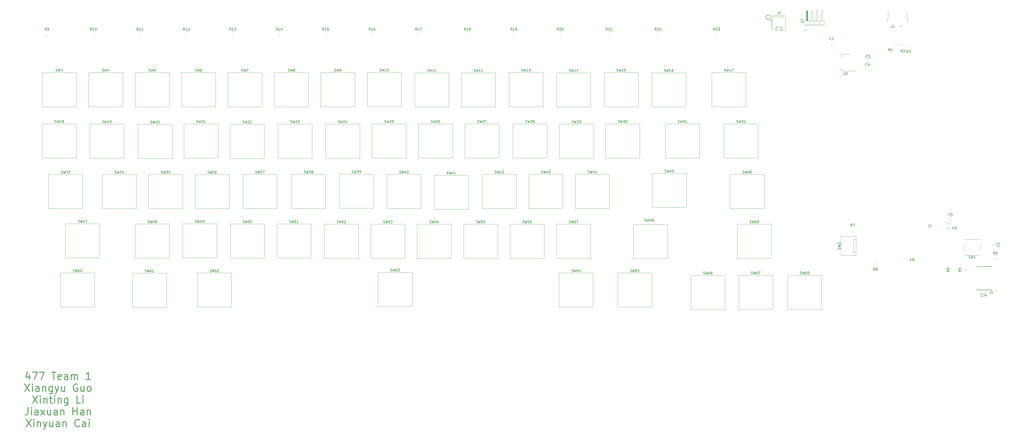
<source format=gbr>
%TF.GenerationSoftware,KiCad,Pcbnew,(6.0.4)*%
%TF.CreationDate,2023-03-10T15:04:03-05:00*%
%TF.ProjectId,main_board,6d61696e-5f62-46f6-9172-642e6b696361,v01*%
%TF.SameCoordinates,Original*%
%TF.FileFunction,Legend,Top*%
%TF.FilePolarity,Positive*%
%FSLAX46Y46*%
G04 Gerber Fmt 4.6, Leading zero omitted, Abs format (unit mm)*
G04 Created by KiCad (PCBNEW (6.0.4)) date 2023-03-10 15:04:03*
%MOMM*%
%LPD*%
G01*
G04 APERTURE LIST*
%ADD10C,0.150000*%
%ADD11C,0.300000*%
%ADD12C,0.120000*%
%ADD13C,0.127000*%
%ADD14C,0.200000*%
G04 APERTURE END LIST*
D10*
X518059810Y-188214000D02*
G75*
G03*
X518059810Y-188214000I-915810J0D01*
G01*
X583760500Y-273668000D02*
G75*
G03*
X583760500Y-273668000I-519711J0D01*
G01*
X609160461Y-300920000D02*
G75*
G03*
X609160461Y-300920000I-567961J0D01*
G01*
D11*
X214790785Y-334559142D02*
X214790785Y-336559142D01*
X214076500Y-333416285D02*
X213362214Y-335559142D01*
X215219357Y-335559142D01*
X216076500Y-333559142D02*
X218076500Y-333559142D01*
X216790785Y-336559142D01*
X218933642Y-333559142D02*
X220933642Y-333559142D01*
X219647928Y-336559142D01*
X223933642Y-333559142D02*
X225647928Y-333559142D01*
X224790785Y-336559142D02*
X224790785Y-333559142D01*
X227790785Y-336416285D02*
X227505071Y-336559142D01*
X226933642Y-336559142D01*
X226647928Y-336416285D01*
X226505071Y-336130571D01*
X226505071Y-334987714D01*
X226647928Y-334702000D01*
X226933642Y-334559142D01*
X227505071Y-334559142D01*
X227790785Y-334702000D01*
X227933642Y-334987714D01*
X227933642Y-335273428D01*
X226505071Y-335559142D01*
X230505071Y-336559142D02*
X230505071Y-334987714D01*
X230362214Y-334702000D01*
X230076500Y-334559142D01*
X229505071Y-334559142D01*
X229219357Y-334702000D01*
X230505071Y-336416285D02*
X230219357Y-336559142D01*
X229505071Y-336559142D01*
X229219357Y-336416285D01*
X229076500Y-336130571D01*
X229076500Y-335844857D01*
X229219357Y-335559142D01*
X229505071Y-335416285D01*
X230219357Y-335416285D01*
X230505071Y-335273428D01*
X231933642Y-336559142D02*
X231933642Y-334559142D01*
X231933642Y-334844857D02*
X232076500Y-334702000D01*
X232362214Y-334559142D01*
X232790785Y-334559142D01*
X233076500Y-334702000D01*
X233219357Y-334987714D01*
X233219357Y-336559142D01*
X233219357Y-334987714D02*
X233362214Y-334702000D01*
X233647928Y-334559142D01*
X234076500Y-334559142D01*
X234362214Y-334702000D01*
X234505071Y-334987714D01*
X234505071Y-336559142D01*
X239790785Y-336559142D02*
X238076499Y-336559142D01*
X238933642Y-336559142D02*
X238933642Y-333559142D01*
X238647928Y-333987714D01*
X238362214Y-334273428D01*
X238076499Y-334416285D01*
X212933642Y-338389142D02*
X214933642Y-341389142D01*
X214933642Y-338389142D02*
X212933642Y-341389142D01*
X216076500Y-341389142D02*
X216076500Y-339389142D01*
X216076500Y-338389142D02*
X215933642Y-338532000D01*
X216076500Y-338674857D01*
X216219357Y-338532000D01*
X216076500Y-338389142D01*
X216076500Y-338674857D01*
X218790785Y-341389142D02*
X218790785Y-339817714D01*
X218647928Y-339532000D01*
X218362214Y-339389142D01*
X217790785Y-339389142D01*
X217505071Y-339532000D01*
X218790785Y-341246285D02*
X218505071Y-341389142D01*
X217790785Y-341389142D01*
X217505071Y-341246285D01*
X217362214Y-340960571D01*
X217362214Y-340674857D01*
X217505071Y-340389142D01*
X217790785Y-340246285D01*
X218505071Y-340246285D01*
X218790785Y-340103428D01*
X220219357Y-339389142D02*
X220219357Y-341389142D01*
X220219357Y-339674857D02*
X220362214Y-339532000D01*
X220647928Y-339389142D01*
X221076500Y-339389142D01*
X221362214Y-339532000D01*
X221505071Y-339817714D01*
X221505071Y-341389142D01*
X224219357Y-339389142D02*
X224219357Y-341817714D01*
X224076500Y-342103428D01*
X223933642Y-342246285D01*
X223647928Y-342389142D01*
X223219357Y-342389142D01*
X222933642Y-342246285D01*
X224219357Y-341246285D02*
X223933642Y-341389142D01*
X223362214Y-341389142D01*
X223076500Y-341246285D01*
X222933642Y-341103428D01*
X222790785Y-340817714D01*
X222790785Y-339960571D01*
X222933642Y-339674857D01*
X223076500Y-339532000D01*
X223362214Y-339389142D01*
X223933642Y-339389142D01*
X224219357Y-339532000D01*
X225362214Y-339389142D02*
X226076500Y-341389142D01*
X226790785Y-339389142D02*
X226076500Y-341389142D01*
X225790785Y-342103428D01*
X225647928Y-342246285D01*
X225362214Y-342389142D01*
X229219357Y-339389142D02*
X229219357Y-341389142D01*
X227933642Y-339389142D02*
X227933642Y-340960571D01*
X228076500Y-341246285D01*
X228362214Y-341389142D01*
X228790785Y-341389142D01*
X229076500Y-341246285D01*
X229219357Y-341103428D01*
X234505071Y-338532000D02*
X234219357Y-338389142D01*
X233790785Y-338389142D01*
X233362214Y-338532000D01*
X233076500Y-338817714D01*
X232933642Y-339103428D01*
X232790785Y-339674857D01*
X232790785Y-340103428D01*
X232933642Y-340674857D01*
X233076500Y-340960571D01*
X233362214Y-341246285D01*
X233790785Y-341389142D01*
X234076500Y-341389142D01*
X234505071Y-341246285D01*
X234647928Y-341103428D01*
X234647928Y-340103428D01*
X234076500Y-340103428D01*
X237219357Y-339389142D02*
X237219357Y-341389142D01*
X235933642Y-339389142D02*
X235933642Y-340960571D01*
X236076500Y-341246285D01*
X236362214Y-341389142D01*
X236790785Y-341389142D01*
X237076500Y-341246285D01*
X237219357Y-341103428D01*
X239076500Y-341389142D02*
X238790785Y-341246285D01*
X238647928Y-341103428D01*
X238505071Y-340817714D01*
X238505071Y-339960571D01*
X238647928Y-339674857D01*
X238790785Y-339532000D01*
X239076500Y-339389142D01*
X239505071Y-339389142D01*
X239790785Y-339532000D01*
X239933642Y-339674857D01*
X240076500Y-339960571D01*
X240076500Y-340817714D01*
X239933642Y-341103428D01*
X239790785Y-341246285D01*
X239505071Y-341389142D01*
X239076500Y-341389142D01*
X216147928Y-343219142D02*
X218147928Y-346219142D01*
X218147928Y-343219142D02*
X216147928Y-346219142D01*
X219290785Y-346219142D02*
X219290785Y-344219142D01*
X219290785Y-343219142D02*
X219147928Y-343362000D01*
X219290785Y-343504857D01*
X219433642Y-343362000D01*
X219290785Y-343219142D01*
X219290785Y-343504857D01*
X220719357Y-344219142D02*
X220719357Y-346219142D01*
X220719357Y-344504857D02*
X220862214Y-344362000D01*
X221147928Y-344219142D01*
X221576500Y-344219142D01*
X221862214Y-344362000D01*
X222005071Y-344647714D01*
X222005071Y-346219142D01*
X223005071Y-344219142D02*
X224147928Y-344219142D01*
X223433642Y-343219142D02*
X223433642Y-345790571D01*
X223576500Y-346076285D01*
X223862214Y-346219142D01*
X224147928Y-346219142D01*
X225147928Y-346219142D02*
X225147928Y-344219142D01*
X225147928Y-343219142D02*
X225005071Y-343362000D01*
X225147928Y-343504857D01*
X225290785Y-343362000D01*
X225147928Y-343219142D01*
X225147928Y-343504857D01*
X226576500Y-344219142D02*
X226576500Y-346219142D01*
X226576500Y-344504857D02*
X226719357Y-344362000D01*
X227005071Y-344219142D01*
X227433642Y-344219142D01*
X227719357Y-344362000D01*
X227862214Y-344647714D01*
X227862214Y-346219142D01*
X230576500Y-344219142D02*
X230576500Y-346647714D01*
X230433642Y-346933428D01*
X230290785Y-347076285D01*
X230005071Y-347219142D01*
X229576500Y-347219142D01*
X229290785Y-347076285D01*
X230576500Y-346076285D02*
X230290785Y-346219142D01*
X229719357Y-346219142D01*
X229433642Y-346076285D01*
X229290785Y-345933428D01*
X229147928Y-345647714D01*
X229147928Y-344790571D01*
X229290785Y-344504857D01*
X229433642Y-344362000D01*
X229719357Y-344219142D01*
X230290785Y-344219142D01*
X230576500Y-344362000D01*
X235719357Y-346219142D02*
X234290785Y-346219142D01*
X234290785Y-343219142D01*
X236719357Y-346219142D02*
X236719357Y-344219142D01*
X236719357Y-343219142D02*
X236576500Y-343362000D01*
X236719357Y-343504857D01*
X236862214Y-343362000D01*
X236719357Y-343219142D01*
X236719357Y-343504857D01*
X214219357Y-348049142D02*
X214219357Y-350192000D01*
X214076500Y-350620571D01*
X213790785Y-350906285D01*
X213362214Y-351049142D01*
X213076500Y-351049142D01*
X215647928Y-351049142D02*
X215647928Y-349049142D01*
X215647928Y-348049142D02*
X215505071Y-348192000D01*
X215647928Y-348334857D01*
X215790785Y-348192000D01*
X215647928Y-348049142D01*
X215647928Y-348334857D01*
X218362214Y-351049142D02*
X218362214Y-349477714D01*
X218219357Y-349192000D01*
X217933642Y-349049142D01*
X217362214Y-349049142D01*
X217076500Y-349192000D01*
X218362214Y-350906285D02*
X218076500Y-351049142D01*
X217362214Y-351049142D01*
X217076500Y-350906285D01*
X216933642Y-350620571D01*
X216933642Y-350334857D01*
X217076500Y-350049142D01*
X217362214Y-349906285D01*
X218076500Y-349906285D01*
X218362214Y-349763428D01*
X219505071Y-351049142D02*
X221076500Y-349049142D01*
X219505071Y-349049142D02*
X221076500Y-351049142D01*
X223505071Y-349049142D02*
X223505071Y-351049142D01*
X222219357Y-349049142D02*
X222219357Y-350620571D01*
X222362214Y-350906285D01*
X222647928Y-351049142D01*
X223076500Y-351049142D01*
X223362214Y-350906285D01*
X223505071Y-350763428D01*
X226219357Y-351049142D02*
X226219357Y-349477714D01*
X226076500Y-349192000D01*
X225790785Y-349049142D01*
X225219357Y-349049142D01*
X224933642Y-349192000D01*
X226219357Y-350906285D02*
X225933642Y-351049142D01*
X225219357Y-351049142D01*
X224933642Y-350906285D01*
X224790785Y-350620571D01*
X224790785Y-350334857D01*
X224933642Y-350049142D01*
X225219357Y-349906285D01*
X225933642Y-349906285D01*
X226219357Y-349763428D01*
X227647928Y-349049142D02*
X227647928Y-351049142D01*
X227647928Y-349334857D02*
X227790785Y-349192000D01*
X228076500Y-349049142D01*
X228505071Y-349049142D01*
X228790785Y-349192000D01*
X228933642Y-349477714D01*
X228933642Y-351049142D01*
X232647928Y-351049142D02*
X232647928Y-348049142D01*
X232647928Y-349477714D02*
X234362214Y-349477714D01*
X234362214Y-351049142D02*
X234362214Y-348049142D01*
X237076500Y-351049142D02*
X237076500Y-349477714D01*
X236933642Y-349192000D01*
X236647928Y-349049142D01*
X236076500Y-349049142D01*
X235790785Y-349192000D01*
X237076500Y-350906285D02*
X236790785Y-351049142D01*
X236076500Y-351049142D01*
X235790785Y-350906285D01*
X235647928Y-350620571D01*
X235647928Y-350334857D01*
X235790785Y-350049142D01*
X236076500Y-349906285D01*
X236790785Y-349906285D01*
X237076500Y-349763428D01*
X238505071Y-349049142D02*
X238505071Y-351049142D01*
X238505071Y-349334857D02*
X238647928Y-349192000D01*
X238933642Y-349049142D01*
X239362214Y-349049142D01*
X239647928Y-349192000D01*
X239790785Y-349477714D01*
X239790785Y-351049142D01*
X213576500Y-352879142D02*
X215576500Y-355879142D01*
X215576500Y-352879142D02*
X213576500Y-355879142D01*
X216719357Y-355879142D02*
X216719357Y-353879142D01*
X216719357Y-352879142D02*
X216576500Y-353022000D01*
X216719357Y-353164857D01*
X216862214Y-353022000D01*
X216719357Y-352879142D01*
X216719357Y-353164857D01*
X218147928Y-353879142D02*
X218147928Y-355879142D01*
X218147928Y-354164857D02*
X218290785Y-354022000D01*
X218576500Y-353879142D01*
X219005071Y-353879142D01*
X219290785Y-354022000D01*
X219433642Y-354307714D01*
X219433642Y-355879142D01*
X220576500Y-353879142D02*
X221290785Y-355879142D01*
X222005071Y-353879142D02*
X221290785Y-355879142D01*
X221005071Y-356593428D01*
X220862214Y-356736285D01*
X220576500Y-356879142D01*
X224433642Y-353879142D02*
X224433642Y-355879142D01*
X223147928Y-353879142D02*
X223147928Y-355450571D01*
X223290785Y-355736285D01*
X223576500Y-355879142D01*
X224005071Y-355879142D01*
X224290785Y-355736285D01*
X224433642Y-355593428D01*
X227147928Y-355879142D02*
X227147928Y-354307714D01*
X227005071Y-354022000D01*
X226719357Y-353879142D01*
X226147928Y-353879142D01*
X225862214Y-354022000D01*
X227147928Y-355736285D02*
X226862214Y-355879142D01*
X226147928Y-355879142D01*
X225862214Y-355736285D01*
X225719357Y-355450571D01*
X225719357Y-355164857D01*
X225862214Y-354879142D01*
X226147928Y-354736285D01*
X226862214Y-354736285D01*
X227147928Y-354593428D01*
X228576500Y-353879142D02*
X228576500Y-355879142D01*
X228576500Y-354164857D02*
X228719357Y-354022000D01*
X229005071Y-353879142D01*
X229433642Y-353879142D01*
X229719357Y-354022000D01*
X229862214Y-354307714D01*
X229862214Y-355879142D01*
X235290785Y-355593428D02*
X235147928Y-355736285D01*
X234719357Y-355879142D01*
X234433642Y-355879142D01*
X234005071Y-355736285D01*
X233719357Y-355450571D01*
X233576500Y-355164857D01*
X233433642Y-354593428D01*
X233433642Y-354164857D01*
X233576500Y-353593428D01*
X233719357Y-353307714D01*
X234005071Y-353022000D01*
X234433642Y-352879142D01*
X234719357Y-352879142D01*
X235147928Y-353022000D01*
X235290785Y-353164857D01*
X237862214Y-355879142D02*
X237862214Y-354307714D01*
X237719357Y-354022000D01*
X237433642Y-353879142D01*
X236862214Y-353879142D01*
X236576500Y-354022000D01*
X237862214Y-355736285D02*
X237576500Y-355879142D01*
X236862214Y-355879142D01*
X236576500Y-355736285D01*
X236433642Y-355450571D01*
X236433642Y-355164857D01*
X236576500Y-354879142D01*
X236862214Y-354736285D01*
X237576500Y-354736285D01*
X237862214Y-354593428D01*
X239290785Y-355879142D02*
X239290785Y-353879142D01*
X239290785Y-352879142D02*
X239147928Y-353022000D01*
X239290785Y-353164857D01*
X239433642Y-353022000D01*
X239290785Y-352879142D01*
X239290785Y-353164857D01*
D10*
%TO.C,J2*%
X521128666Y-185852380D02*
X521128666Y-186566666D01*
X521081047Y-186709523D01*
X520985809Y-186804761D01*
X520842952Y-186852380D01*
X520747714Y-186852380D01*
X521557238Y-185947619D02*
X521604857Y-185900000D01*
X521700095Y-185852380D01*
X521938190Y-185852380D01*
X522033428Y-185900000D01*
X522081047Y-185947619D01*
X522128666Y-186042857D01*
X522128666Y-186138095D01*
X522081047Y-186280952D01*
X521509619Y-186852380D01*
X522128666Y-186852380D01*
%TO.C,SW51*%
X321230976Y-272348761D02*
X321373833Y-272396380D01*
X321611928Y-272396380D01*
X321707166Y-272348761D01*
X321754785Y-272301142D01*
X321802404Y-272205904D01*
X321802404Y-272110666D01*
X321754785Y-272015428D01*
X321707166Y-271967809D01*
X321611928Y-271920190D01*
X321421452Y-271872571D01*
X321326214Y-271824952D01*
X321278595Y-271777333D01*
X321230976Y-271682095D01*
X321230976Y-271586857D01*
X321278595Y-271491619D01*
X321326214Y-271444000D01*
X321421452Y-271396380D01*
X321659547Y-271396380D01*
X321802404Y-271444000D01*
X322135738Y-271396380D02*
X322373833Y-272396380D01*
X322564309Y-271682095D01*
X322754785Y-272396380D01*
X322992880Y-271396380D01*
X323850023Y-271396380D02*
X323373833Y-271396380D01*
X323326214Y-271872571D01*
X323373833Y-271824952D01*
X323469071Y-271777333D01*
X323707166Y-271777333D01*
X323802404Y-271824952D01*
X323850023Y-271872571D01*
X323897642Y-271967809D01*
X323897642Y-272205904D01*
X323850023Y-272301142D01*
X323802404Y-272348761D01*
X323707166Y-272396380D01*
X323469071Y-272396380D01*
X323373833Y-272348761D01*
X323326214Y-272301142D01*
X324850023Y-272396380D02*
X324278595Y-272396380D01*
X324564309Y-272396380D02*
X324564309Y-271396380D01*
X324469071Y-271539238D01*
X324373833Y-271634476D01*
X324278595Y-271682095D01*
%TO.C,SW59*%
X509690976Y-272428761D02*
X509833833Y-272476380D01*
X510071928Y-272476380D01*
X510167166Y-272428761D01*
X510214785Y-272381142D01*
X510262404Y-272285904D01*
X510262404Y-272190666D01*
X510214785Y-272095428D01*
X510167166Y-272047809D01*
X510071928Y-272000190D01*
X509881452Y-271952571D01*
X509786214Y-271904952D01*
X509738595Y-271857333D01*
X509690976Y-271762095D01*
X509690976Y-271666857D01*
X509738595Y-271571619D01*
X509786214Y-271524000D01*
X509881452Y-271476380D01*
X510119547Y-271476380D01*
X510262404Y-271524000D01*
X510595738Y-271476380D02*
X510833833Y-272476380D01*
X511024309Y-271762095D01*
X511214785Y-272476380D01*
X511452880Y-271476380D01*
X512310023Y-271476380D02*
X511833833Y-271476380D01*
X511786214Y-271952571D01*
X511833833Y-271904952D01*
X511929071Y-271857333D01*
X512167166Y-271857333D01*
X512262404Y-271904952D01*
X512310023Y-271952571D01*
X512357642Y-272047809D01*
X512357642Y-272285904D01*
X512310023Y-272381142D01*
X512262404Y-272428761D01*
X512167166Y-272476380D01*
X511929071Y-272476380D01*
X511833833Y-272428761D01*
X511786214Y-272381142D01*
X512833833Y-272476380D02*
X513024309Y-272476380D01*
X513119547Y-272428761D01*
X513167166Y-272381142D01*
X513262404Y-272238285D01*
X513310023Y-272047809D01*
X513310023Y-271666857D01*
X513262404Y-271571619D01*
X513214785Y-271524000D01*
X513119547Y-271476380D01*
X512929071Y-271476380D01*
X512833833Y-271524000D01*
X512786214Y-271571619D01*
X512738595Y-271666857D01*
X512738595Y-271904952D01*
X512786214Y-272000190D01*
X512833833Y-272047809D01*
X512929071Y-272095428D01*
X513119547Y-272095428D01*
X513214785Y-272047809D01*
X513262404Y-272000190D01*
X513310023Y-271904952D01*
%TO.C,SW49*%
X282770976Y-272268761D02*
X282913833Y-272316380D01*
X283151928Y-272316380D01*
X283247166Y-272268761D01*
X283294785Y-272221142D01*
X283342404Y-272125904D01*
X283342404Y-272030666D01*
X283294785Y-271935428D01*
X283247166Y-271887809D01*
X283151928Y-271840190D01*
X282961452Y-271792571D01*
X282866214Y-271744952D01*
X282818595Y-271697333D01*
X282770976Y-271602095D01*
X282770976Y-271506857D01*
X282818595Y-271411619D01*
X282866214Y-271364000D01*
X282961452Y-271316380D01*
X283199547Y-271316380D01*
X283342404Y-271364000D01*
X283675738Y-271316380D02*
X283913833Y-272316380D01*
X284104309Y-271602095D01*
X284294785Y-272316380D01*
X284532880Y-271316380D01*
X285342404Y-271649714D02*
X285342404Y-272316380D01*
X285104309Y-271268761D02*
X284866214Y-271983047D01*
X285485261Y-271983047D01*
X285913833Y-272316380D02*
X286104309Y-272316380D01*
X286199547Y-272268761D01*
X286247166Y-272221142D01*
X286342404Y-272078285D01*
X286390023Y-271887809D01*
X286390023Y-271506857D01*
X286342404Y-271411619D01*
X286294785Y-271364000D01*
X286199547Y-271316380D01*
X286009071Y-271316380D01*
X285913833Y-271364000D01*
X285866214Y-271411619D01*
X285818595Y-271506857D01*
X285818595Y-271744952D01*
X285866214Y-271840190D01*
X285913833Y-271887809D01*
X286009071Y-271935428D01*
X286199547Y-271935428D01*
X286294785Y-271887809D01*
X286342404Y-271840190D01*
X286390023Y-271744952D01*
%TO.C,SW38*%
X327285976Y-252028761D02*
X327428833Y-252076380D01*
X327666928Y-252076380D01*
X327762166Y-252028761D01*
X327809785Y-251981142D01*
X327857404Y-251885904D01*
X327857404Y-251790666D01*
X327809785Y-251695428D01*
X327762166Y-251647809D01*
X327666928Y-251600190D01*
X327476452Y-251552571D01*
X327381214Y-251504952D01*
X327333595Y-251457333D01*
X327285976Y-251362095D01*
X327285976Y-251266857D01*
X327333595Y-251171619D01*
X327381214Y-251124000D01*
X327476452Y-251076380D01*
X327714547Y-251076380D01*
X327857404Y-251124000D01*
X328190738Y-251076380D02*
X328428833Y-252076380D01*
X328619309Y-251362095D01*
X328809785Y-252076380D01*
X329047880Y-251076380D01*
X329333595Y-251076380D02*
X329952642Y-251076380D01*
X329619309Y-251457333D01*
X329762166Y-251457333D01*
X329857404Y-251504952D01*
X329905023Y-251552571D01*
X329952642Y-251647809D01*
X329952642Y-251885904D01*
X329905023Y-251981142D01*
X329857404Y-252028761D01*
X329762166Y-252076380D01*
X329476452Y-252076380D01*
X329381214Y-252028761D01*
X329333595Y-251981142D01*
X330524071Y-251504952D02*
X330428833Y-251457333D01*
X330381214Y-251409714D01*
X330333595Y-251314476D01*
X330333595Y-251266857D01*
X330381214Y-251171619D01*
X330428833Y-251124000D01*
X330524071Y-251076380D01*
X330714547Y-251076380D01*
X330809785Y-251124000D01*
X330857404Y-251171619D01*
X330905023Y-251266857D01*
X330905023Y-251314476D01*
X330857404Y-251409714D01*
X330809785Y-251457333D01*
X330714547Y-251504952D01*
X330524071Y-251504952D01*
X330428833Y-251552571D01*
X330381214Y-251600190D01*
X330333595Y-251695428D01*
X330333595Y-251885904D01*
X330381214Y-251981142D01*
X330428833Y-252028761D01*
X330524071Y-252076380D01*
X330714547Y-252076380D01*
X330809785Y-252028761D01*
X330857404Y-251981142D01*
X330905023Y-251885904D01*
X330905023Y-251695428D01*
X330857404Y-251600190D01*
X330809785Y-251552571D01*
X330714547Y-251504952D01*
%TO.C,R18*%
X393397642Y-193620380D02*
X393064309Y-193144190D01*
X392826214Y-193620380D02*
X392826214Y-192620380D01*
X393207166Y-192620380D01*
X393302404Y-192668000D01*
X393350023Y-192715619D01*
X393397642Y-192810857D01*
X393397642Y-192953714D01*
X393350023Y-193048952D01*
X393302404Y-193096571D01*
X393207166Y-193144190D01*
X392826214Y-193144190D01*
X394350023Y-193620380D02*
X393778595Y-193620380D01*
X394064309Y-193620380D02*
X394064309Y-192620380D01*
X393969071Y-192763238D01*
X393873833Y-192858476D01*
X393778595Y-192906095D01*
X394921452Y-193048952D02*
X394826214Y-193001333D01*
X394778595Y-192953714D01*
X394730976Y-192858476D01*
X394730976Y-192810857D01*
X394778595Y-192715619D01*
X394826214Y-192668000D01*
X394921452Y-192620380D01*
X395111928Y-192620380D01*
X395207166Y-192668000D01*
X395254785Y-192715619D01*
X395302404Y-192810857D01*
X395302404Y-192858476D01*
X395254785Y-192953714D01*
X395207166Y-193001333D01*
X395111928Y-193048952D01*
X394921452Y-193048952D01*
X394826214Y-193096571D01*
X394778595Y-193144190D01*
X394730976Y-193239428D01*
X394730976Y-193429904D01*
X394778595Y-193525142D01*
X394826214Y-193572761D01*
X394921452Y-193620380D01*
X395111928Y-193620380D01*
X395207166Y-193572761D01*
X395254785Y-193525142D01*
X395302404Y-193429904D01*
X395302404Y-193239428D01*
X395254785Y-193144190D01*
X395207166Y-193096571D01*
X395111928Y-193048952D01*
%TO.C,R7*%
X551529833Y-273814380D02*
X551196500Y-273338190D01*
X550958404Y-273814380D02*
X550958404Y-272814380D01*
X551339357Y-272814380D01*
X551434595Y-272862000D01*
X551482214Y-272909619D01*
X551529833Y-273004857D01*
X551529833Y-273147714D01*
X551482214Y-273242952D01*
X551434595Y-273290571D01*
X551339357Y-273338190D01*
X550958404Y-273338190D01*
X551863166Y-272814380D02*
X552529833Y-272814380D01*
X552101261Y-273814380D01*
%TO.C,SW65*%
X460690976Y-292428761D02*
X460833833Y-292476380D01*
X461071928Y-292476380D01*
X461167166Y-292428761D01*
X461214785Y-292381142D01*
X461262404Y-292285904D01*
X461262404Y-292190666D01*
X461214785Y-292095428D01*
X461167166Y-292047809D01*
X461071928Y-292000190D01*
X460881452Y-291952571D01*
X460786214Y-291904952D01*
X460738595Y-291857333D01*
X460690976Y-291762095D01*
X460690976Y-291666857D01*
X460738595Y-291571619D01*
X460786214Y-291524000D01*
X460881452Y-291476380D01*
X461119547Y-291476380D01*
X461262404Y-291524000D01*
X461595738Y-291476380D02*
X461833833Y-292476380D01*
X462024309Y-291762095D01*
X462214785Y-292476380D01*
X462452880Y-291476380D01*
X463262404Y-291476380D02*
X463071928Y-291476380D01*
X462976690Y-291524000D01*
X462929071Y-291571619D01*
X462833833Y-291714476D01*
X462786214Y-291904952D01*
X462786214Y-292285904D01*
X462833833Y-292381142D01*
X462881452Y-292428761D01*
X462976690Y-292476380D01*
X463167166Y-292476380D01*
X463262404Y-292428761D01*
X463310023Y-292381142D01*
X463357642Y-292285904D01*
X463357642Y-292047809D01*
X463310023Y-291952571D01*
X463262404Y-291904952D01*
X463167166Y-291857333D01*
X462976690Y-291857333D01*
X462881452Y-291904952D01*
X462833833Y-291952571D01*
X462786214Y-292047809D01*
X464262404Y-291476380D02*
X463786214Y-291476380D01*
X463738595Y-291952571D01*
X463786214Y-291904952D01*
X463881452Y-291857333D01*
X464119547Y-291857333D01*
X464214785Y-291904952D01*
X464262404Y-291952571D01*
X464310023Y-292047809D01*
X464310023Y-292285904D01*
X464262404Y-292381142D01*
X464214785Y-292428761D01*
X464119547Y-292476380D01*
X463881452Y-292476380D01*
X463786214Y-292428761D01*
X463738595Y-292381142D01*
%TO.C,SW62*%
X288690976Y-292428761D02*
X288833833Y-292476380D01*
X289071928Y-292476380D01*
X289167166Y-292428761D01*
X289214785Y-292381142D01*
X289262404Y-292285904D01*
X289262404Y-292190666D01*
X289214785Y-292095428D01*
X289167166Y-292047809D01*
X289071928Y-292000190D01*
X288881452Y-291952571D01*
X288786214Y-291904952D01*
X288738595Y-291857333D01*
X288690976Y-291762095D01*
X288690976Y-291666857D01*
X288738595Y-291571619D01*
X288786214Y-291524000D01*
X288881452Y-291476380D01*
X289119547Y-291476380D01*
X289262404Y-291524000D01*
X289595738Y-291476380D02*
X289833833Y-292476380D01*
X290024309Y-291762095D01*
X290214785Y-292476380D01*
X290452880Y-291476380D01*
X291262404Y-291476380D02*
X291071928Y-291476380D01*
X290976690Y-291524000D01*
X290929071Y-291571619D01*
X290833833Y-291714476D01*
X290786214Y-291904952D01*
X290786214Y-292285904D01*
X290833833Y-292381142D01*
X290881452Y-292428761D01*
X290976690Y-292476380D01*
X291167166Y-292476380D01*
X291262404Y-292428761D01*
X291310023Y-292381142D01*
X291357642Y-292285904D01*
X291357642Y-292047809D01*
X291310023Y-291952571D01*
X291262404Y-291904952D01*
X291167166Y-291857333D01*
X290976690Y-291857333D01*
X290881452Y-291904952D01*
X290833833Y-291952571D01*
X290786214Y-292047809D01*
X291738595Y-291571619D02*
X291786214Y-291524000D01*
X291881452Y-291476380D01*
X292119547Y-291476380D01*
X292214785Y-291524000D01*
X292262404Y-291571619D01*
X292310023Y-291666857D01*
X292310023Y-291762095D01*
X292262404Y-291904952D01*
X291690976Y-292476380D01*
X292310023Y-292476380D01*
%TO.C,SW25*%
X360230976Y-231348761D02*
X360373833Y-231396380D01*
X360611928Y-231396380D01*
X360707166Y-231348761D01*
X360754785Y-231301142D01*
X360802404Y-231205904D01*
X360802404Y-231110666D01*
X360754785Y-231015428D01*
X360707166Y-230967809D01*
X360611928Y-230920190D01*
X360421452Y-230872571D01*
X360326214Y-230824952D01*
X360278595Y-230777333D01*
X360230976Y-230682095D01*
X360230976Y-230586857D01*
X360278595Y-230491619D01*
X360326214Y-230444000D01*
X360421452Y-230396380D01*
X360659547Y-230396380D01*
X360802404Y-230444000D01*
X361135738Y-230396380D02*
X361373833Y-231396380D01*
X361564309Y-230682095D01*
X361754785Y-231396380D01*
X361992880Y-230396380D01*
X362326214Y-230491619D02*
X362373833Y-230444000D01*
X362469071Y-230396380D01*
X362707166Y-230396380D01*
X362802404Y-230444000D01*
X362850023Y-230491619D01*
X362897642Y-230586857D01*
X362897642Y-230682095D01*
X362850023Y-230824952D01*
X362278595Y-231396380D01*
X362897642Y-231396380D01*
X363802404Y-230396380D02*
X363326214Y-230396380D01*
X363278595Y-230872571D01*
X363326214Y-230824952D01*
X363421452Y-230777333D01*
X363659547Y-230777333D01*
X363754785Y-230824952D01*
X363802404Y-230872571D01*
X363850023Y-230967809D01*
X363850023Y-231205904D01*
X363802404Y-231301142D01*
X363754785Y-231348761D01*
X363659547Y-231396380D01*
X363421452Y-231396380D01*
X363326214Y-231348761D01*
X363278595Y-231301142D01*
%TO.C,SW4*%
X244707166Y-210348761D02*
X244850023Y-210396380D01*
X245088119Y-210396380D01*
X245183357Y-210348761D01*
X245230976Y-210301142D01*
X245278595Y-210205904D01*
X245278595Y-210110666D01*
X245230976Y-210015428D01*
X245183357Y-209967809D01*
X245088119Y-209920190D01*
X244897642Y-209872571D01*
X244802404Y-209824952D01*
X244754785Y-209777333D01*
X244707166Y-209682095D01*
X244707166Y-209586857D01*
X244754785Y-209491619D01*
X244802404Y-209444000D01*
X244897642Y-209396380D01*
X245135738Y-209396380D01*
X245278595Y-209444000D01*
X245611928Y-209396380D02*
X245850023Y-210396380D01*
X246040500Y-209682095D01*
X246230976Y-210396380D01*
X246469071Y-209396380D01*
X247278595Y-209729714D02*
X247278595Y-210396380D01*
X247040500Y-209348761D02*
X246802404Y-210063047D01*
X247421452Y-210063047D01*
%TO.C,R19*%
X412397642Y-193620380D02*
X412064309Y-193144190D01*
X411826214Y-193620380D02*
X411826214Y-192620380D01*
X412207166Y-192620380D01*
X412302404Y-192668000D01*
X412350023Y-192715619D01*
X412397642Y-192810857D01*
X412397642Y-192953714D01*
X412350023Y-193048952D01*
X412302404Y-193096571D01*
X412207166Y-193144190D01*
X411826214Y-193144190D01*
X413350023Y-193620380D02*
X412778595Y-193620380D01*
X413064309Y-193620380D02*
X413064309Y-192620380D01*
X412969071Y-192763238D01*
X412873833Y-192858476D01*
X412778595Y-192906095D01*
X413826214Y-193620380D02*
X414016690Y-193620380D01*
X414111928Y-193572761D01*
X414159547Y-193525142D01*
X414254785Y-193382285D01*
X414302404Y-193191809D01*
X414302404Y-192810857D01*
X414254785Y-192715619D01*
X414207166Y-192668000D01*
X414111928Y-192620380D01*
X413921452Y-192620380D01*
X413826214Y-192668000D01*
X413778595Y-192715619D01*
X413730976Y-192810857D01*
X413730976Y-193048952D01*
X413778595Y-193144190D01*
X413826214Y-193191809D01*
X413921452Y-193239428D01*
X414111928Y-193239428D01*
X414207166Y-193191809D01*
X414254785Y-193144190D01*
X414302404Y-193048952D01*
%TO.C,C3*%
X557731333Y-204597142D02*
X557683714Y-204644761D01*
X557540857Y-204692380D01*
X557445619Y-204692380D01*
X557302761Y-204644761D01*
X557207523Y-204549523D01*
X557159904Y-204454285D01*
X557112285Y-204263809D01*
X557112285Y-204120952D01*
X557159904Y-203930476D01*
X557207523Y-203835238D01*
X557302761Y-203740000D01*
X557445619Y-203692380D01*
X557540857Y-203692380D01*
X557683714Y-203740000D01*
X557731333Y-203787619D01*
X558064666Y-203692380D02*
X558683714Y-203692380D01*
X558350380Y-204073333D01*
X558493238Y-204073333D01*
X558588476Y-204120952D01*
X558636095Y-204168571D01*
X558683714Y-204263809D01*
X558683714Y-204501904D01*
X558636095Y-204597142D01*
X558588476Y-204644761D01*
X558493238Y-204692380D01*
X558207523Y-204692380D01*
X558112285Y-204644761D01*
X558064666Y-204597142D01*
%TO.C,R15*%
X335397642Y-193620380D02*
X335064309Y-193144190D01*
X334826214Y-193620380D02*
X334826214Y-192620380D01*
X335207166Y-192620380D01*
X335302404Y-192668000D01*
X335350023Y-192715619D01*
X335397642Y-192810857D01*
X335397642Y-192953714D01*
X335350023Y-193048952D01*
X335302404Y-193096571D01*
X335207166Y-193144190D01*
X334826214Y-193144190D01*
X336350023Y-193620380D02*
X335778595Y-193620380D01*
X336064309Y-193620380D02*
X336064309Y-192620380D01*
X335969071Y-192763238D01*
X335873833Y-192858476D01*
X335778595Y-192906095D01*
X337254785Y-192620380D02*
X336778595Y-192620380D01*
X336730976Y-193096571D01*
X336778595Y-193048952D01*
X336873833Y-193001333D01*
X337111928Y-193001333D01*
X337207166Y-193048952D01*
X337254785Y-193096571D01*
X337302404Y-193191809D01*
X337302404Y-193429904D01*
X337254785Y-193525142D01*
X337207166Y-193572761D01*
X337111928Y-193620380D01*
X336873833Y-193620380D01*
X336778595Y-193572761D01*
X336730976Y-193525142D01*
%TO.C,SW7*%
X301707166Y-210348761D02*
X301850023Y-210396380D01*
X302088119Y-210396380D01*
X302183357Y-210348761D01*
X302230976Y-210301142D01*
X302278595Y-210205904D01*
X302278595Y-210110666D01*
X302230976Y-210015428D01*
X302183357Y-209967809D01*
X302088119Y-209920190D01*
X301897642Y-209872571D01*
X301802404Y-209824952D01*
X301754785Y-209777333D01*
X301707166Y-209682095D01*
X301707166Y-209586857D01*
X301754785Y-209491619D01*
X301802404Y-209444000D01*
X301897642Y-209396380D01*
X302135738Y-209396380D01*
X302278595Y-209444000D01*
X302611928Y-209396380D02*
X302850023Y-210396380D01*
X303040500Y-209682095D01*
X303230976Y-210396380D01*
X303469071Y-209396380D01*
X303754785Y-209396380D02*
X304421452Y-209396380D01*
X303992880Y-210396380D01*
%TO.C,SW23*%
X321690976Y-231428761D02*
X321833833Y-231476380D01*
X322071928Y-231476380D01*
X322167166Y-231428761D01*
X322214785Y-231381142D01*
X322262404Y-231285904D01*
X322262404Y-231190666D01*
X322214785Y-231095428D01*
X322167166Y-231047809D01*
X322071928Y-231000190D01*
X321881452Y-230952571D01*
X321786214Y-230904952D01*
X321738595Y-230857333D01*
X321690976Y-230762095D01*
X321690976Y-230666857D01*
X321738595Y-230571619D01*
X321786214Y-230524000D01*
X321881452Y-230476380D01*
X322119547Y-230476380D01*
X322262404Y-230524000D01*
X322595738Y-230476380D02*
X322833833Y-231476380D01*
X323024309Y-230762095D01*
X323214785Y-231476380D01*
X323452880Y-230476380D01*
X323786214Y-230571619D02*
X323833833Y-230524000D01*
X323929071Y-230476380D01*
X324167166Y-230476380D01*
X324262404Y-230524000D01*
X324310023Y-230571619D01*
X324357642Y-230666857D01*
X324357642Y-230762095D01*
X324310023Y-230904952D01*
X323738595Y-231476380D01*
X324357642Y-231476380D01*
X324690976Y-230476380D02*
X325310023Y-230476380D01*
X324976690Y-230857333D01*
X325119547Y-230857333D01*
X325214785Y-230904952D01*
X325262404Y-230952571D01*
X325310023Y-231047809D01*
X325310023Y-231285904D01*
X325262404Y-231381142D01*
X325214785Y-231428761D01*
X325119547Y-231476380D01*
X324833833Y-231476380D01*
X324738595Y-231428761D01*
X324690976Y-231381142D01*
%TO.C,SW2*%
X546670261Y-283201333D02*
X546717880Y-283058476D01*
X546717880Y-282820380D01*
X546670261Y-282725142D01*
X546622642Y-282677523D01*
X546527404Y-282629904D01*
X546432166Y-282629904D01*
X546336928Y-282677523D01*
X546289309Y-282725142D01*
X546241690Y-282820380D01*
X546194071Y-283010857D01*
X546146452Y-283106095D01*
X546098833Y-283153714D01*
X546003595Y-283201333D01*
X545908357Y-283201333D01*
X545813119Y-283153714D01*
X545765500Y-283106095D01*
X545717880Y-283010857D01*
X545717880Y-282772761D01*
X545765500Y-282629904D01*
X545717880Y-282296571D02*
X546717880Y-282058476D01*
X546003595Y-281868000D01*
X546717880Y-281677523D01*
X545717880Y-281439428D01*
X545813119Y-281106095D02*
X545765500Y-281058476D01*
X545717880Y-280963238D01*
X545717880Y-280725142D01*
X545765500Y-280629904D01*
X545813119Y-280582285D01*
X545908357Y-280534666D01*
X546003595Y-280534666D01*
X546146452Y-280582285D01*
X546717880Y-281153714D01*
X546717880Y-280534666D01*
%TO.C,SW41*%
X385690976Y-252428761D02*
X385833833Y-252476380D01*
X386071928Y-252476380D01*
X386167166Y-252428761D01*
X386214785Y-252381142D01*
X386262404Y-252285904D01*
X386262404Y-252190666D01*
X386214785Y-252095428D01*
X386167166Y-252047809D01*
X386071928Y-252000190D01*
X385881452Y-251952571D01*
X385786214Y-251904952D01*
X385738595Y-251857333D01*
X385690976Y-251762095D01*
X385690976Y-251666857D01*
X385738595Y-251571619D01*
X385786214Y-251524000D01*
X385881452Y-251476380D01*
X386119547Y-251476380D01*
X386262404Y-251524000D01*
X386595738Y-251476380D02*
X386833833Y-252476380D01*
X387024309Y-251762095D01*
X387214785Y-252476380D01*
X387452880Y-251476380D01*
X388262404Y-251809714D02*
X388262404Y-252476380D01*
X388024309Y-251428761D02*
X387786214Y-252143047D01*
X388405261Y-252143047D01*
X389310023Y-252476380D02*
X388738595Y-252476380D01*
X389024309Y-252476380D02*
X389024309Y-251476380D01*
X388929071Y-251619238D01*
X388833833Y-251714476D01*
X388738595Y-251762095D01*
%TO.C,SW27*%
X398230976Y-231348761D02*
X398373833Y-231396380D01*
X398611928Y-231396380D01*
X398707166Y-231348761D01*
X398754785Y-231301142D01*
X398802404Y-231205904D01*
X398802404Y-231110666D01*
X398754785Y-231015428D01*
X398707166Y-230967809D01*
X398611928Y-230920190D01*
X398421452Y-230872571D01*
X398326214Y-230824952D01*
X398278595Y-230777333D01*
X398230976Y-230682095D01*
X398230976Y-230586857D01*
X398278595Y-230491619D01*
X398326214Y-230444000D01*
X398421452Y-230396380D01*
X398659547Y-230396380D01*
X398802404Y-230444000D01*
X399135738Y-230396380D02*
X399373833Y-231396380D01*
X399564309Y-230682095D01*
X399754785Y-231396380D01*
X399992880Y-230396380D01*
X400326214Y-230491619D02*
X400373833Y-230444000D01*
X400469071Y-230396380D01*
X400707166Y-230396380D01*
X400802404Y-230444000D01*
X400850023Y-230491619D01*
X400897642Y-230586857D01*
X400897642Y-230682095D01*
X400850023Y-230824952D01*
X400278595Y-231396380D01*
X400897642Y-231396380D01*
X401230976Y-230396380D02*
X401897642Y-230396380D01*
X401469071Y-231396380D01*
%TO.C,SW36*%
X287810976Y-252108761D02*
X287953833Y-252156380D01*
X288191928Y-252156380D01*
X288287166Y-252108761D01*
X288334785Y-252061142D01*
X288382404Y-251965904D01*
X288382404Y-251870666D01*
X288334785Y-251775428D01*
X288287166Y-251727809D01*
X288191928Y-251680190D01*
X288001452Y-251632571D01*
X287906214Y-251584952D01*
X287858595Y-251537333D01*
X287810976Y-251442095D01*
X287810976Y-251346857D01*
X287858595Y-251251619D01*
X287906214Y-251204000D01*
X288001452Y-251156380D01*
X288239547Y-251156380D01*
X288382404Y-251204000D01*
X288715738Y-251156380D02*
X288953833Y-252156380D01*
X289144309Y-251442095D01*
X289334785Y-252156380D01*
X289572880Y-251156380D01*
X289858595Y-251156380D02*
X290477642Y-251156380D01*
X290144309Y-251537333D01*
X290287166Y-251537333D01*
X290382404Y-251584952D01*
X290430023Y-251632571D01*
X290477642Y-251727809D01*
X290477642Y-251965904D01*
X290430023Y-252061142D01*
X290382404Y-252108761D01*
X290287166Y-252156380D01*
X290001452Y-252156380D01*
X289906214Y-252108761D01*
X289858595Y-252061142D01*
X291334785Y-251156380D02*
X291144309Y-251156380D01*
X291049071Y-251204000D01*
X291001452Y-251251619D01*
X290906214Y-251394476D01*
X290858595Y-251584952D01*
X290858595Y-251965904D01*
X290906214Y-252061142D01*
X290953833Y-252108761D01*
X291049071Y-252156380D01*
X291239547Y-252156380D01*
X291334785Y-252108761D01*
X291382404Y-252061142D01*
X291430023Y-251965904D01*
X291430023Y-251727809D01*
X291382404Y-251632571D01*
X291334785Y-251584952D01*
X291239547Y-251537333D01*
X291049071Y-251537333D01*
X290953833Y-251584952D01*
X290906214Y-251632571D01*
X290858595Y-251727809D01*
%TO.C,SW3*%
X225707166Y-210348761D02*
X225850023Y-210396380D01*
X226088119Y-210396380D01*
X226183357Y-210348761D01*
X226230976Y-210301142D01*
X226278595Y-210205904D01*
X226278595Y-210110666D01*
X226230976Y-210015428D01*
X226183357Y-209967809D01*
X226088119Y-209920190D01*
X225897642Y-209872571D01*
X225802404Y-209824952D01*
X225754785Y-209777333D01*
X225707166Y-209682095D01*
X225707166Y-209586857D01*
X225754785Y-209491619D01*
X225802404Y-209444000D01*
X225897642Y-209396380D01*
X226135738Y-209396380D01*
X226278595Y-209444000D01*
X226611928Y-209396380D02*
X226850023Y-210396380D01*
X227040500Y-209682095D01*
X227230976Y-210396380D01*
X227469071Y-209396380D01*
X227754785Y-209396380D02*
X228373833Y-209396380D01*
X228040500Y-209777333D01*
X228183357Y-209777333D01*
X228278595Y-209824952D01*
X228326214Y-209872571D01*
X228373833Y-209967809D01*
X228373833Y-210205904D01*
X228326214Y-210301142D01*
X228278595Y-210348761D01*
X228183357Y-210396380D01*
X227897642Y-210396380D01*
X227802404Y-210348761D01*
X227754785Y-210301142D01*
%TO.C,R9*%
X221873833Y-193620380D02*
X221540500Y-193144190D01*
X221302404Y-193620380D02*
X221302404Y-192620380D01*
X221683357Y-192620380D01*
X221778595Y-192668000D01*
X221826214Y-192715619D01*
X221873833Y-192810857D01*
X221873833Y-192953714D01*
X221826214Y-193048952D01*
X221778595Y-193096571D01*
X221683357Y-193144190D01*
X221302404Y-193144190D01*
X222350023Y-193620380D02*
X222540500Y-193620380D01*
X222635738Y-193572761D01*
X222683357Y-193525142D01*
X222778595Y-193382285D01*
X222826214Y-193191809D01*
X222826214Y-192810857D01*
X222778595Y-192715619D01*
X222730976Y-192668000D01*
X222635738Y-192620380D01*
X222445261Y-192620380D01*
X222350023Y-192668000D01*
X222302404Y-192715619D01*
X222254785Y-192810857D01*
X222254785Y-193048952D01*
X222302404Y-193144190D01*
X222350023Y-193191809D01*
X222445261Y-193239428D01*
X222635738Y-193239428D01*
X222730976Y-193191809D01*
X222778595Y-193144190D01*
X222826214Y-193048952D01*
%TO.C,SW48*%
X263230976Y-272348761D02*
X263373833Y-272396380D01*
X263611928Y-272396380D01*
X263707166Y-272348761D01*
X263754785Y-272301142D01*
X263802404Y-272205904D01*
X263802404Y-272110666D01*
X263754785Y-272015428D01*
X263707166Y-271967809D01*
X263611928Y-271920190D01*
X263421452Y-271872571D01*
X263326214Y-271824952D01*
X263278595Y-271777333D01*
X263230976Y-271682095D01*
X263230976Y-271586857D01*
X263278595Y-271491619D01*
X263326214Y-271444000D01*
X263421452Y-271396380D01*
X263659547Y-271396380D01*
X263802404Y-271444000D01*
X264135738Y-271396380D02*
X264373833Y-272396380D01*
X264564309Y-271682095D01*
X264754785Y-272396380D01*
X264992880Y-271396380D01*
X265802404Y-271729714D02*
X265802404Y-272396380D01*
X265564309Y-271348761D02*
X265326214Y-272063047D01*
X265945261Y-272063047D01*
X266469071Y-271824952D02*
X266373833Y-271777333D01*
X266326214Y-271729714D01*
X266278595Y-271634476D01*
X266278595Y-271586857D01*
X266326214Y-271491619D01*
X266373833Y-271444000D01*
X266469071Y-271396380D01*
X266659547Y-271396380D01*
X266754785Y-271444000D01*
X266802404Y-271491619D01*
X266850023Y-271586857D01*
X266850023Y-271634476D01*
X266802404Y-271729714D01*
X266754785Y-271777333D01*
X266659547Y-271824952D01*
X266469071Y-271824952D01*
X266373833Y-271872571D01*
X266326214Y-271920190D01*
X266278595Y-272015428D01*
X266278595Y-272205904D01*
X266326214Y-272301142D01*
X266373833Y-272348761D01*
X266469071Y-272396380D01*
X266659547Y-272396380D01*
X266754785Y-272348761D01*
X266802404Y-272301142D01*
X266850023Y-272205904D01*
X266850023Y-272015428D01*
X266802404Y-271920190D01*
X266754785Y-271872571D01*
X266659547Y-271824952D01*
%TO.C,R22*%
X471397642Y-193620380D02*
X471064309Y-193144190D01*
X470826214Y-193620380D02*
X470826214Y-192620380D01*
X471207166Y-192620380D01*
X471302404Y-192668000D01*
X471350023Y-192715619D01*
X471397642Y-192810857D01*
X471397642Y-192953714D01*
X471350023Y-193048952D01*
X471302404Y-193096571D01*
X471207166Y-193144190D01*
X470826214Y-193144190D01*
X471778595Y-192715619D02*
X471826214Y-192668000D01*
X471921452Y-192620380D01*
X472159547Y-192620380D01*
X472254785Y-192668000D01*
X472302404Y-192715619D01*
X472350023Y-192810857D01*
X472350023Y-192906095D01*
X472302404Y-193048952D01*
X471730976Y-193620380D01*
X472350023Y-193620380D01*
X472730976Y-192715619D02*
X472778595Y-192668000D01*
X472873833Y-192620380D01*
X473111928Y-192620380D01*
X473207166Y-192668000D01*
X473254785Y-192715619D01*
X473302404Y-192810857D01*
X473302404Y-192906095D01*
X473254785Y-193048952D01*
X472683357Y-193620380D01*
X473302404Y-193620380D01*
%TO.C,SW29*%
X436948476Y-231468761D02*
X437091333Y-231516380D01*
X437329428Y-231516380D01*
X437424666Y-231468761D01*
X437472285Y-231421142D01*
X437519904Y-231325904D01*
X437519904Y-231230666D01*
X437472285Y-231135428D01*
X437424666Y-231087809D01*
X437329428Y-231040190D01*
X437138952Y-230992571D01*
X437043714Y-230944952D01*
X436996095Y-230897333D01*
X436948476Y-230802095D01*
X436948476Y-230706857D01*
X436996095Y-230611619D01*
X437043714Y-230564000D01*
X437138952Y-230516380D01*
X437377047Y-230516380D01*
X437519904Y-230564000D01*
X437853238Y-230516380D02*
X438091333Y-231516380D01*
X438281809Y-230802095D01*
X438472285Y-231516380D01*
X438710380Y-230516380D01*
X439043714Y-230611619D02*
X439091333Y-230564000D01*
X439186571Y-230516380D01*
X439424666Y-230516380D01*
X439519904Y-230564000D01*
X439567523Y-230611619D01*
X439615142Y-230706857D01*
X439615142Y-230802095D01*
X439567523Y-230944952D01*
X438996095Y-231516380D01*
X439615142Y-231516380D01*
X440091333Y-231516380D02*
X440281809Y-231516380D01*
X440377047Y-231468761D01*
X440424666Y-231421142D01*
X440519904Y-231278285D01*
X440567523Y-231087809D01*
X440567523Y-230706857D01*
X440519904Y-230611619D01*
X440472285Y-230564000D01*
X440377047Y-230516380D01*
X440186571Y-230516380D01*
X440091333Y-230564000D01*
X440043714Y-230611619D01*
X439996095Y-230706857D01*
X439996095Y-230944952D01*
X440043714Y-231040190D01*
X440091333Y-231087809D01*
X440186571Y-231135428D01*
X440377047Y-231135428D01*
X440472285Y-231087809D01*
X440519904Y-231040190D01*
X440567523Y-230944952D01*
%TO.C,SW1*%
X599287166Y-286872761D02*
X599430023Y-286920380D01*
X599668119Y-286920380D01*
X599763357Y-286872761D01*
X599810976Y-286825142D01*
X599858595Y-286729904D01*
X599858595Y-286634666D01*
X599810976Y-286539428D01*
X599763357Y-286491809D01*
X599668119Y-286444190D01*
X599477642Y-286396571D01*
X599382404Y-286348952D01*
X599334785Y-286301333D01*
X599287166Y-286206095D01*
X599287166Y-286110857D01*
X599334785Y-286015619D01*
X599382404Y-285968000D01*
X599477642Y-285920380D01*
X599715738Y-285920380D01*
X599858595Y-285968000D01*
X600191928Y-285920380D02*
X600430023Y-286920380D01*
X600620500Y-286206095D01*
X600810976Y-286920380D01*
X601049071Y-285920380D01*
X601953833Y-286920380D02*
X601382404Y-286920380D01*
X601668119Y-286920380D02*
X601668119Y-285920380D01*
X601572880Y-286063238D01*
X601477642Y-286158476D01*
X601382404Y-286206095D01*
%TO.C,SW19*%
X244690976Y-231428761D02*
X244833833Y-231476380D01*
X245071928Y-231476380D01*
X245167166Y-231428761D01*
X245214785Y-231381142D01*
X245262404Y-231285904D01*
X245262404Y-231190666D01*
X245214785Y-231095428D01*
X245167166Y-231047809D01*
X245071928Y-231000190D01*
X244881452Y-230952571D01*
X244786214Y-230904952D01*
X244738595Y-230857333D01*
X244690976Y-230762095D01*
X244690976Y-230666857D01*
X244738595Y-230571619D01*
X244786214Y-230524000D01*
X244881452Y-230476380D01*
X245119547Y-230476380D01*
X245262404Y-230524000D01*
X245595738Y-230476380D02*
X245833833Y-231476380D01*
X246024309Y-230762095D01*
X246214785Y-231476380D01*
X246452880Y-230476380D01*
X247357642Y-231476380D02*
X246786214Y-231476380D01*
X247071928Y-231476380D02*
X247071928Y-230476380D01*
X246976690Y-230619238D01*
X246881452Y-230714476D01*
X246786214Y-230762095D01*
X247833833Y-231476380D02*
X248024309Y-231476380D01*
X248119547Y-231428761D01*
X248167166Y-231381142D01*
X248262404Y-231238285D01*
X248310023Y-231047809D01*
X248310023Y-230666857D01*
X248262404Y-230571619D01*
X248214785Y-230524000D01*
X248119547Y-230476380D01*
X247929071Y-230476380D01*
X247833833Y-230524000D01*
X247786214Y-230571619D01*
X247738595Y-230666857D01*
X247738595Y-230904952D01*
X247786214Y-231000190D01*
X247833833Y-231047809D01*
X247929071Y-231095428D01*
X248119547Y-231095428D01*
X248214785Y-231047809D01*
X248262404Y-231000190D01*
X248310023Y-230904952D01*
%TO.C,U2*%
X548066095Y-210722380D02*
X548066095Y-211531904D01*
X548113714Y-211627142D01*
X548161333Y-211674761D01*
X548256571Y-211722380D01*
X548447047Y-211722380D01*
X548542285Y-211674761D01*
X548589904Y-211627142D01*
X548637523Y-211531904D01*
X548637523Y-210722380D01*
X549066095Y-210817619D02*
X549113714Y-210770000D01*
X549208952Y-210722380D01*
X549447047Y-210722380D01*
X549542285Y-210770000D01*
X549589904Y-210817619D01*
X549637523Y-210912857D01*
X549637523Y-211008095D01*
X549589904Y-211150952D01*
X549018476Y-211722380D01*
X549637523Y-211722380D01*
%TO.C,SW45*%
X474837226Y-251628761D02*
X474980083Y-251676380D01*
X475218178Y-251676380D01*
X475313416Y-251628761D01*
X475361035Y-251581142D01*
X475408654Y-251485904D01*
X475408654Y-251390666D01*
X475361035Y-251295428D01*
X475313416Y-251247809D01*
X475218178Y-251200190D01*
X475027702Y-251152571D01*
X474932464Y-251104952D01*
X474884845Y-251057333D01*
X474837226Y-250962095D01*
X474837226Y-250866857D01*
X474884845Y-250771619D01*
X474932464Y-250724000D01*
X475027702Y-250676380D01*
X475265797Y-250676380D01*
X475408654Y-250724000D01*
X475741988Y-250676380D02*
X475980083Y-251676380D01*
X476170559Y-250962095D01*
X476361035Y-251676380D01*
X476599130Y-250676380D01*
X477408654Y-251009714D02*
X477408654Y-251676380D01*
X477170559Y-250628761D02*
X476932464Y-251343047D01*
X477551511Y-251343047D01*
X478408654Y-250676380D02*
X477932464Y-250676380D01*
X477884845Y-251152571D01*
X477932464Y-251104952D01*
X478027702Y-251057333D01*
X478265797Y-251057333D01*
X478361035Y-251104952D01*
X478408654Y-251152571D01*
X478456273Y-251247809D01*
X478456273Y-251485904D01*
X478408654Y-251581142D01*
X478361035Y-251628761D01*
X478265797Y-251676380D01*
X478027702Y-251676380D01*
X477932464Y-251628761D01*
X477884845Y-251581142D01*
%TO.C,SW60*%
X232690976Y-292428761D02*
X232833833Y-292476380D01*
X233071928Y-292476380D01*
X233167166Y-292428761D01*
X233214785Y-292381142D01*
X233262404Y-292285904D01*
X233262404Y-292190666D01*
X233214785Y-292095428D01*
X233167166Y-292047809D01*
X233071928Y-292000190D01*
X232881452Y-291952571D01*
X232786214Y-291904952D01*
X232738595Y-291857333D01*
X232690976Y-291762095D01*
X232690976Y-291666857D01*
X232738595Y-291571619D01*
X232786214Y-291524000D01*
X232881452Y-291476380D01*
X233119547Y-291476380D01*
X233262404Y-291524000D01*
X233595738Y-291476380D02*
X233833833Y-292476380D01*
X234024309Y-291762095D01*
X234214785Y-292476380D01*
X234452880Y-291476380D01*
X235262404Y-291476380D02*
X235071928Y-291476380D01*
X234976690Y-291524000D01*
X234929071Y-291571619D01*
X234833833Y-291714476D01*
X234786214Y-291904952D01*
X234786214Y-292285904D01*
X234833833Y-292381142D01*
X234881452Y-292428761D01*
X234976690Y-292476380D01*
X235167166Y-292476380D01*
X235262404Y-292428761D01*
X235310023Y-292381142D01*
X235357642Y-292285904D01*
X235357642Y-292047809D01*
X235310023Y-291952571D01*
X235262404Y-291904952D01*
X235167166Y-291857333D01*
X234976690Y-291857333D01*
X234881452Y-291904952D01*
X234833833Y-291952571D01*
X234786214Y-292047809D01*
X235976690Y-291476380D02*
X236071928Y-291476380D01*
X236167166Y-291524000D01*
X236214785Y-291571619D01*
X236262404Y-291666857D01*
X236310023Y-291857333D01*
X236310023Y-292095428D01*
X236262404Y-292285904D01*
X236214785Y-292381142D01*
X236167166Y-292428761D01*
X236071928Y-292476380D01*
X235976690Y-292476380D01*
X235881452Y-292428761D01*
X235833833Y-292381142D01*
X235786214Y-292285904D01*
X235738595Y-292095428D01*
X235738595Y-291857333D01*
X235786214Y-291666857D01*
X235833833Y-291571619D01*
X235881452Y-291524000D01*
X235976690Y-291476380D01*
%TO.C,SW31*%
X480230976Y-231348761D02*
X480373833Y-231396380D01*
X480611928Y-231396380D01*
X480707166Y-231348761D01*
X480754785Y-231301142D01*
X480802404Y-231205904D01*
X480802404Y-231110666D01*
X480754785Y-231015428D01*
X480707166Y-230967809D01*
X480611928Y-230920190D01*
X480421452Y-230872571D01*
X480326214Y-230824952D01*
X480278595Y-230777333D01*
X480230976Y-230682095D01*
X480230976Y-230586857D01*
X480278595Y-230491619D01*
X480326214Y-230444000D01*
X480421452Y-230396380D01*
X480659547Y-230396380D01*
X480802404Y-230444000D01*
X481135738Y-230396380D02*
X481373833Y-231396380D01*
X481564309Y-230682095D01*
X481754785Y-231396380D01*
X481992880Y-230396380D01*
X482278595Y-230396380D02*
X482897642Y-230396380D01*
X482564309Y-230777333D01*
X482707166Y-230777333D01*
X482802404Y-230824952D01*
X482850023Y-230872571D01*
X482897642Y-230967809D01*
X482897642Y-231205904D01*
X482850023Y-231301142D01*
X482802404Y-231348761D01*
X482707166Y-231396380D01*
X482421452Y-231396380D01*
X482326214Y-231348761D01*
X482278595Y-231301142D01*
X483850023Y-231396380D02*
X483278595Y-231396380D01*
X483564309Y-231396380D02*
X483564309Y-230396380D01*
X483469071Y-230539238D01*
X483373833Y-230634476D01*
X483278595Y-230682095D01*
%TO.C,R5*%
X596032880Y-291814666D02*
X595556690Y-292148000D01*
X596032880Y-292386095D02*
X595032880Y-292386095D01*
X595032880Y-292005142D01*
X595080500Y-291909904D01*
X595128119Y-291862285D01*
X595223357Y-291814666D01*
X595366214Y-291814666D01*
X595461452Y-291862285D01*
X595509071Y-291909904D01*
X595556690Y-292005142D01*
X595556690Y-292386095D01*
X595032880Y-290909904D02*
X595032880Y-291386095D01*
X595509071Y-291433714D01*
X595461452Y-291386095D01*
X595413833Y-291290857D01*
X595413833Y-291052761D01*
X595461452Y-290957523D01*
X595509071Y-290909904D01*
X595604309Y-290862285D01*
X595842404Y-290862285D01*
X595937642Y-290909904D01*
X595985261Y-290957523D01*
X596032880Y-291052761D01*
X596032880Y-291290857D01*
X595985261Y-291386095D01*
X595937642Y-291433714D01*
%TO.C,SW54*%
X378690976Y-272428761D02*
X378833833Y-272476380D01*
X379071928Y-272476380D01*
X379167166Y-272428761D01*
X379214785Y-272381142D01*
X379262404Y-272285904D01*
X379262404Y-272190666D01*
X379214785Y-272095428D01*
X379167166Y-272047809D01*
X379071928Y-272000190D01*
X378881452Y-271952571D01*
X378786214Y-271904952D01*
X378738595Y-271857333D01*
X378690976Y-271762095D01*
X378690976Y-271666857D01*
X378738595Y-271571619D01*
X378786214Y-271524000D01*
X378881452Y-271476380D01*
X379119547Y-271476380D01*
X379262404Y-271524000D01*
X379595738Y-271476380D02*
X379833833Y-272476380D01*
X380024309Y-271762095D01*
X380214785Y-272476380D01*
X380452880Y-271476380D01*
X381310023Y-271476380D02*
X380833833Y-271476380D01*
X380786214Y-271952571D01*
X380833833Y-271904952D01*
X380929071Y-271857333D01*
X381167166Y-271857333D01*
X381262404Y-271904952D01*
X381310023Y-271952571D01*
X381357642Y-272047809D01*
X381357642Y-272285904D01*
X381310023Y-272381142D01*
X381262404Y-272428761D01*
X381167166Y-272476380D01*
X380929071Y-272476380D01*
X380833833Y-272428761D01*
X380786214Y-272381142D01*
X382214785Y-271809714D02*
X382214785Y-272476380D01*
X381976690Y-271428761D02*
X381738595Y-272143047D01*
X382357642Y-272143047D01*
%TO.C,SW52*%
X340690976Y-272428761D02*
X340833833Y-272476380D01*
X341071928Y-272476380D01*
X341167166Y-272428761D01*
X341214785Y-272381142D01*
X341262404Y-272285904D01*
X341262404Y-272190666D01*
X341214785Y-272095428D01*
X341167166Y-272047809D01*
X341071928Y-272000190D01*
X340881452Y-271952571D01*
X340786214Y-271904952D01*
X340738595Y-271857333D01*
X340690976Y-271762095D01*
X340690976Y-271666857D01*
X340738595Y-271571619D01*
X340786214Y-271524000D01*
X340881452Y-271476380D01*
X341119547Y-271476380D01*
X341262404Y-271524000D01*
X341595738Y-271476380D02*
X341833833Y-272476380D01*
X342024309Y-271762095D01*
X342214785Y-272476380D01*
X342452880Y-271476380D01*
X343310023Y-271476380D02*
X342833833Y-271476380D01*
X342786214Y-271952571D01*
X342833833Y-271904952D01*
X342929071Y-271857333D01*
X343167166Y-271857333D01*
X343262404Y-271904952D01*
X343310023Y-271952571D01*
X343357642Y-272047809D01*
X343357642Y-272285904D01*
X343310023Y-272381142D01*
X343262404Y-272428761D01*
X343167166Y-272476380D01*
X342929071Y-272476380D01*
X342833833Y-272428761D01*
X342786214Y-272381142D01*
X343738595Y-271571619D02*
X343786214Y-271524000D01*
X343881452Y-271476380D01*
X344119547Y-271476380D01*
X344214785Y-271524000D01*
X344262404Y-271571619D01*
X344310023Y-271666857D01*
X344310023Y-271762095D01*
X344262404Y-271904952D01*
X343690976Y-272476380D01*
X344310023Y-272476380D01*
%TO.C,SW34*%
X249810976Y-252108761D02*
X249953833Y-252156380D01*
X250191928Y-252156380D01*
X250287166Y-252108761D01*
X250334785Y-252061142D01*
X250382404Y-251965904D01*
X250382404Y-251870666D01*
X250334785Y-251775428D01*
X250287166Y-251727809D01*
X250191928Y-251680190D01*
X250001452Y-251632571D01*
X249906214Y-251584952D01*
X249858595Y-251537333D01*
X249810976Y-251442095D01*
X249810976Y-251346857D01*
X249858595Y-251251619D01*
X249906214Y-251204000D01*
X250001452Y-251156380D01*
X250239547Y-251156380D01*
X250382404Y-251204000D01*
X250715738Y-251156380D02*
X250953833Y-252156380D01*
X251144309Y-251442095D01*
X251334785Y-252156380D01*
X251572880Y-251156380D01*
X251858595Y-251156380D02*
X252477642Y-251156380D01*
X252144309Y-251537333D01*
X252287166Y-251537333D01*
X252382404Y-251584952D01*
X252430023Y-251632571D01*
X252477642Y-251727809D01*
X252477642Y-251965904D01*
X252430023Y-252061142D01*
X252382404Y-252108761D01*
X252287166Y-252156380D01*
X252001452Y-252156380D01*
X251906214Y-252108761D01*
X251858595Y-252061142D01*
X253334785Y-251489714D02*
X253334785Y-252156380D01*
X253096690Y-251108761D02*
X252858595Y-251823047D01*
X253477642Y-251823047D01*
%TO.C,SW37*%
X307350976Y-252028761D02*
X307493833Y-252076380D01*
X307731928Y-252076380D01*
X307827166Y-252028761D01*
X307874785Y-251981142D01*
X307922404Y-251885904D01*
X307922404Y-251790666D01*
X307874785Y-251695428D01*
X307827166Y-251647809D01*
X307731928Y-251600190D01*
X307541452Y-251552571D01*
X307446214Y-251504952D01*
X307398595Y-251457333D01*
X307350976Y-251362095D01*
X307350976Y-251266857D01*
X307398595Y-251171619D01*
X307446214Y-251124000D01*
X307541452Y-251076380D01*
X307779547Y-251076380D01*
X307922404Y-251124000D01*
X308255738Y-251076380D02*
X308493833Y-252076380D01*
X308684309Y-251362095D01*
X308874785Y-252076380D01*
X309112880Y-251076380D01*
X309398595Y-251076380D02*
X310017642Y-251076380D01*
X309684309Y-251457333D01*
X309827166Y-251457333D01*
X309922404Y-251504952D01*
X309970023Y-251552571D01*
X310017642Y-251647809D01*
X310017642Y-251885904D01*
X309970023Y-251981142D01*
X309922404Y-252028761D01*
X309827166Y-252076380D01*
X309541452Y-252076380D01*
X309446214Y-252028761D01*
X309398595Y-251981142D01*
X310350976Y-251076380D02*
X311017642Y-251076380D01*
X310589071Y-252076380D01*
%TO.C,R2*%
X572111333Y-202526380D02*
X571778000Y-202050190D01*
X571539904Y-202526380D02*
X571539904Y-201526380D01*
X571920857Y-201526380D01*
X572016095Y-201574000D01*
X572063714Y-201621619D01*
X572111333Y-201716857D01*
X572111333Y-201859714D01*
X572063714Y-201954952D01*
X572016095Y-202002571D01*
X571920857Y-202050190D01*
X571539904Y-202050190D01*
X572492285Y-201621619D02*
X572539904Y-201574000D01*
X572635142Y-201526380D01*
X572873238Y-201526380D01*
X572968476Y-201574000D01*
X573016095Y-201621619D01*
X573063714Y-201716857D01*
X573063714Y-201812095D01*
X573016095Y-201954952D01*
X572444666Y-202526380D01*
X573063714Y-202526380D01*
%TO.C,SW33*%
X227810976Y-252108761D02*
X227953833Y-252156380D01*
X228191928Y-252156380D01*
X228287166Y-252108761D01*
X228334785Y-252061142D01*
X228382404Y-251965904D01*
X228382404Y-251870666D01*
X228334785Y-251775428D01*
X228287166Y-251727809D01*
X228191928Y-251680190D01*
X228001452Y-251632571D01*
X227906214Y-251584952D01*
X227858595Y-251537333D01*
X227810976Y-251442095D01*
X227810976Y-251346857D01*
X227858595Y-251251619D01*
X227906214Y-251204000D01*
X228001452Y-251156380D01*
X228239547Y-251156380D01*
X228382404Y-251204000D01*
X228715738Y-251156380D02*
X228953833Y-252156380D01*
X229144309Y-251442095D01*
X229334785Y-252156380D01*
X229572880Y-251156380D01*
X229858595Y-251156380D02*
X230477642Y-251156380D01*
X230144309Y-251537333D01*
X230287166Y-251537333D01*
X230382404Y-251584952D01*
X230430023Y-251632571D01*
X230477642Y-251727809D01*
X230477642Y-251965904D01*
X230430023Y-252061142D01*
X230382404Y-252108761D01*
X230287166Y-252156380D01*
X230001452Y-252156380D01*
X229906214Y-252108761D01*
X229858595Y-252061142D01*
X230810976Y-251156380D02*
X231430023Y-251156380D01*
X231096690Y-251537333D01*
X231239547Y-251537333D01*
X231334785Y-251584952D01*
X231382404Y-251632571D01*
X231430023Y-251727809D01*
X231430023Y-251965904D01*
X231382404Y-252061142D01*
X231334785Y-252108761D01*
X231239547Y-252156380D01*
X230953833Y-252156380D01*
X230858595Y-252108761D01*
X230810976Y-252061142D01*
%TO.C,SW12*%
X396690976Y-210428761D02*
X396833833Y-210476380D01*
X397071928Y-210476380D01*
X397167166Y-210428761D01*
X397214785Y-210381142D01*
X397262404Y-210285904D01*
X397262404Y-210190666D01*
X397214785Y-210095428D01*
X397167166Y-210047809D01*
X397071928Y-210000190D01*
X396881452Y-209952571D01*
X396786214Y-209904952D01*
X396738595Y-209857333D01*
X396690976Y-209762095D01*
X396690976Y-209666857D01*
X396738595Y-209571619D01*
X396786214Y-209524000D01*
X396881452Y-209476380D01*
X397119547Y-209476380D01*
X397262404Y-209524000D01*
X397595738Y-209476380D02*
X397833833Y-210476380D01*
X398024309Y-209762095D01*
X398214785Y-210476380D01*
X398452880Y-209476380D01*
X399357642Y-210476380D02*
X398786214Y-210476380D01*
X399071928Y-210476380D02*
X399071928Y-209476380D01*
X398976690Y-209619238D01*
X398881452Y-209714476D01*
X398786214Y-209762095D01*
X399738595Y-209571619D02*
X399786214Y-209524000D01*
X399881452Y-209476380D01*
X400119547Y-209476380D01*
X400214785Y-209524000D01*
X400262404Y-209571619D01*
X400310023Y-209666857D01*
X400310023Y-209762095D01*
X400262404Y-209904952D01*
X399690976Y-210476380D01*
X400310023Y-210476380D01*
%TO.C,SW47*%
X234770976Y-272268761D02*
X234913833Y-272316380D01*
X235151928Y-272316380D01*
X235247166Y-272268761D01*
X235294785Y-272221142D01*
X235342404Y-272125904D01*
X235342404Y-272030666D01*
X235294785Y-271935428D01*
X235247166Y-271887809D01*
X235151928Y-271840190D01*
X234961452Y-271792571D01*
X234866214Y-271744952D01*
X234818595Y-271697333D01*
X234770976Y-271602095D01*
X234770976Y-271506857D01*
X234818595Y-271411619D01*
X234866214Y-271364000D01*
X234961452Y-271316380D01*
X235199547Y-271316380D01*
X235342404Y-271364000D01*
X235675738Y-271316380D02*
X235913833Y-272316380D01*
X236104309Y-271602095D01*
X236294785Y-272316380D01*
X236532880Y-271316380D01*
X237342404Y-271649714D02*
X237342404Y-272316380D01*
X237104309Y-271268761D02*
X236866214Y-271983047D01*
X237485261Y-271983047D01*
X237770976Y-271316380D02*
X238437642Y-271316380D01*
X238009071Y-272316380D01*
%TO.C,C5*%
X591563833Y-269425142D02*
X591516214Y-269472761D01*
X591373357Y-269520380D01*
X591278119Y-269520380D01*
X591135261Y-269472761D01*
X591040023Y-269377523D01*
X590992404Y-269282285D01*
X590944785Y-269091809D01*
X590944785Y-268948952D01*
X590992404Y-268758476D01*
X591040023Y-268663238D01*
X591135261Y-268568000D01*
X591278119Y-268520380D01*
X591373357Y-268520380D01*
X591516214Y-268568000D01*
X591563833Y-268615619D01*
X592468595Y-268520380D02*
X591992404Y-268520380D01*
X591944785Y-268996571D01*
X591992404Y-268948952D01*
X592087642Y-268901333D01*
X592325738Y-268901333D01*
X592420976Y-268948952D01*
X592468595Y-268996571D01*
X592516214Y-269091809D01*
X592516214Y-269329904D01*
X592468595Y-269425142D01*
X592420976Y-269472761D01*
X592325738Y-269520380D01*
X592087642Y-269520380D01*
X591992404Y-269472761D01*
X591944785Y-269425142D01*
%TO.C,J1*%
X567789666Y-191439880D02*
X567789666Y-192154166D01*
X567742047Y-192297023D01*
X567646809Y-192392261D01*
X567503952Y-192439880D01*
X567408714Y-192439880D01*
X568789666Y-192439880D02*
X568218238Y-192439880D01*
X568503952Y-192439880D02*
X568503952Y-191439880D01*
X568408714Y-191582738D01*
X568313476Y-191677976D01*
X568218238Y-191725595D01*
%TO.C,C2*%
X611657642Y-281584666D02*
X611705261Y-281632285D01*
X611752880Y-281775142D01*
X611752880Y-281870380D01*
X611705261Y-282013238D01*
X611610023Y-282108476D01*
X611514785Y-282156095D01*
X611324309Y-282203714D01*
X611181452Y-282203714D01*
X610990976Y-282156095D01*
X610895738Y-282108476D01*
X610800500Y-282013238D01*
X610752880Y-281870380D01*
X610752880Y-281775142D01*
X610800500Y-281632285D01*
X610848119Y-281584666D01*
X610848119Y-281203714D02*
X610800500Y-281156095D01*
X610752880Y-281060857D01*
X610752880Y-280822761D01*
X610800500Y-280727523D01*
X610848119Y-280679904D01*
X610943357Y-280632285D01*
X611038595Y-280632285D01*
X611181452Y-280679904D01*
X611752880Y-281251333D01*
X611752880Y-280632285D01*
%TO.C,SW57*%
X435690976Y-272428761D02*
X435833833Y-272476380D01*
X436071928Y-272476380D01*
X436167166Y-272428761D01*
X436214785Y-272381142D01*
X436262404Y-272285904D01*
X436262404Y-272190666D01*
X436214785Y-272095428D01*
X436167166Y-272047809D01*
X436071928Y-272000190D01*
X435881452Y-271952571D01*
X435786214Y-271904952D01*
X435738595Y-271857333D01*
X435690976Y-271762095D01*
X435690976Y-271666857D01*
X435738595Y-271571619D01*
X435786214Y-271524000D01*
X435881452Y-271476380D01*
X436119547Y-271476380D01*
X436262404Y-271524000D01*
X436595738Y-271476380D02*
X436833833Y-272476380D01*
X437024309Y-271762095D01*
X437214785Y-272476380D01*
X437452880Y-271476380D01*
X438310023Y-271476380D02*
X437833833Y-271476380D01*
X437786214Y-271952571D01*
X437833833Y-271904952D01*
X437929071Y-271857333D01*
X438167166Y-271857333D01*
X438262404Y-271904952D01*
X438310023Y-271952571D01*
X438357642Y-272047809D01*
X438357642Y-272285904D01*
X438310023Y-272381142D01*
X438262404Y-272428761D01*
X438167166Y-272476380D01*
X437929071Y-272476380D01*
X437833833Y-272428761D01*
X437786214Y-272381142D01*
X438690976Y-271476380D02*
X439357642Y-271476380D01*
X438929071Y-272476380D01*
%TO.C,SW26*%
X379230976Y-231348761D02*
X379373833Y-231396380D01*
X379611928Y-231396380D01*
X379707166Y-231348761D01*
X379754785Y-231301142D01*
X379802404Y-231205904D01*
X379802404Y-231110666D01*
X379754785Y-231015428D01*
X379707166Y-230967809D01*
X379611928Y-230920190D01*
X379421452Y-230872571D01*
X379326214Y-230824952D01*
X379278595Y-230777333D01*
X379230976Y-230682095D01*
X379230976Y-230586857D01*
X379278595Y-230491619D01*
X379326214Y-230444000D01*
X379421452Y-230396380D01*
X379659547Y-230396380D01*
X379802404Y-230444000D01*
X380135738Y-230396380D02*
X380373833Y-231396380D01*
X380564309Y-230682095D01*
X380754785Y-231396380D01*
X380992880Y-230396380D01*
X381326214Y-230491619D02*
X381373833Y-230444000D01*
X381469071Y-230396380D01*
X381707166Y-230396380D01*
X381802404Y-230444000D01*
X381850023Y-230491619D01*
X381897642Y-230586857D01*
X381897642Y-230682095D01*
X381850023Y-230824952D01*
X381278595Y-231396380D01*
X381897642Y-231396380D01*
X382754785Y-230396380D02*
X382564309Y-230396380D01*
X382469071Y-230444000D01*
X382421452Y-230491619D01*
X382326214Y-230634476D01*
X382278595Y-230824952D01*
X382278595Y-231205904D01*
X382326214Y-231301142D01*
X382373833Y-231348761D01*
X382469071Y-231396380D01*
X382659547Y-231396380D01*
X382754785Y-231348761D01*
X382802404Y-231301142D01*
X382850023Y-231205904D01*
X382850023Y-230967809D01*
X382802404Y-230872571D01*
X382754785Y-230824952D01*
X382659547Y-230777333D01*
X382469071Y-230777333D01*
X382373833Y-230824952D01*
X382326214Y-230872571D01*
X382278595Y-230967809D01*
%TO.C,SW20*%
X264428476Y-231548761D02*
X264571333Y-231596380D01*
X264809428Y-231596380D01*
X264904666Y-231548761D01*
X264952285Y-231501142D01*
X264999904Y-231405904D01*
X264999904Y-231310666D01*
X264952285Y-231215428D01*
X264904666Y-231167809D01*
X264809428Y-231120190D01*
X264618952Y-231072571D01*
X264523714Y-231024952D01*
X264476095Y-230977333D01*
X264428476Y-230882095D01*
X264428476Y-230786857D01*
X264476095Y-230691619D01*
X264523714Y-230644000D01*
X264618952Y-230596380D01*
X264857047Y-230596380D01*
X264999904Y-230644000D01*
X265333238Y-230596380D02*
X265571333Y-231596380D01*
X265761809Y-230882095D01*
X265952285Y-231596380D01*
X266190380Y-230596380D01*
X266523714Y-230691619D02*
X266571333Y-230644000D01*
X266666571Y-230596380D01*
X266904666Y-230596380D01*
X266999904Y-230644000D01*
X267047523Y-230691619D01*
X267095142Y-230786857D01*
X267095142Y-230882095D01*
X267047523Y-231024952D01*
X266476095Y-231596380D01*
X267095142Y-231596380D01*
X267714190Y-230596380D02*
X267809428Y-230596380D01*
X267904666Y-230644000D01*
X267952285Y-230691619D01*
X267999904Y-230786857D01*
X268047523Y-230977333D01*
X268047523Y-231215428D01*
X267999904Y-231405904D01*
X267952285Y-231501142D01*
X267904666Y-231548761D01*
X267809428Y-231596380D01*
X267714190Y-231596380D01*
X267618952Y-231548761D01*
X267571333Y-231501142D01*
X267523714Y-231405904D01*
X267476095Y-231215428D01*
X267476095Y-230977333D01*
X267523714Y-230786857D01*
X267571333Y-230691619D01*
X267618952Y-230644000D01*
X267714190Y-230596380D01*
%TO.C,SW17*%
X499230976Y-210348761D02*
X499373833Y-210396380D01*
X499611928Y-210396380D01*
X499707166Y-210348761D01*
X499754785Y-210301142D01*
X499802404Y-210205904D01*
X499802404Y-210110666D01*
X499754785Y-210015428D01*
X499707166Y-209967809D01*
X499611928Y-209920190D01*
X499421452Y-209872571D01*
X499326214Y-209824952D01*
X499278595Y-209777333D01*
X499230976Y-209682095D01*
X499230976Y-209586857D01*
X499278595Y-209491619D01*
X499326214Y-209444000D01*
X499421452Y-209396380D01*
X499659547Y-209396380D01*
X499802404Y-209444000D01*
X500135738Y-209396380D02*
X500373833Y-210396380D01*
X500564309Y-209682095D01*
X500754785Y-210396380D01*
X500992880Y-209396380D01*
X501897642Y-210396380D02*
X501326214Y-210396380D01*
X501611928Y-210396380D02*
X501611928Y-209396380D01*
X501516690Y-209539238D01*
X501421452Y-209634476D01*
X501326214Y-209682095D01*
X502230976Y-209396380D02*
X502897642Y-209396380D01*
X502469071Y-210396380D01*
%TO.C,R12*%
X278397642Y-193620380D02*
X278064309Y-193144190D01*
X277826214Y-193620380D02*
X277826214Y-192620380D01*
X278207166Y-192620380D01*
X278302404Y-192668000D01*
X278350023Y-192715619D01*
X278397642Y-192810857D01*
X278397642Y-192953714D01*
X278350023Y-193048952D01*
X278302404Y-193096571D01*
X278207166Y-193144190D01*
X277826214Y-193144190D01*
X279350023Y-193620380D02*
X278778595Y-193620380D01*
X279064309Y-193620380D02*
X279064309Y-192620380D01*
X278969071Y-192763238D01*
X278873833Y-192858476D01*
X278778595Y-192906095D01*
X279730976Y-192715619D02*
X279778595Y-192668000D01*
X279873833Y-192620380D01*
X280111928Y-192620380D01*
X280207166Y-192668000D01*
X280254785Y-192715619D01*
X280302404Y-192810857D01*
X280302404Y-192906095D01*
X280254785Y-193048952D01*
X279683357Y-193620380D01*
X280302404Y-193620380D01*
%TO.C,SW28*%
X417830976Y-231348761D02*
X417973833Y-231396380D01*
X418211928Y-231396380D01*
X418307166Y-231348761D01*
X418354785Y-231301142D01*
X418402404Y-231205904D01*
X418402404Y-231110666D01*
X418354785Y-231015428D01*
X418307166Y-230967809D01*
X418211928Y-230920190D01*
X418021452Y-230872571D01*
X417926214Y-230824952D01*
X417878595Y-230777333D01*
X417830976Y-230682095D01*
X417830976Y-230586857D01*
X417878595Y-230491619D01*
X417926214Y-230444000D01*
X418021452Y-230396380D01*
X418259547Y-230396380D01*
X418402404Y-230444000D01*
X418735738Y-230396380D02*
X418973833Y-231396380D01*
X419164309Y-230682095D01*
X419354785Y-231396380D01*
X419592880Y-230396380D01*
X419926214Y-230491619D02*
X419973833Y-230444000D01*
X420069071Y-230396380D01*
X420307166Y-230396380D01*
X420402404Y-230444000D01*
X420450023Y-230491619D01*
X420497642Y-230586857D01*
X420497642Y-230682095D01*
X420450023Y-230824952D01*
X419878595Y-231396380D01*
X420497642Y-231396380D01*
X421069071Y-230824952D02*
X420973833Y-230777333D01*
X420926214Y-230729714D01*
X420878595Y-230634476D01*
X420878595Y-230586857D01*
X420926214Y-230491619D01*
X420973833Y-230444000D01*
X421069071Y-230396380D01*
X421259547Y-230396380D01*
X421354785Y-230444000D01*
X421402404Y-230491619D01*
X421450023Y-230586857D01*
X421450023Y-230634476D01*
X421402404Y-230729714D01*
X421354785Y-230777333D01*
X421259547Y-230824952D01*
X421069071Y-230824952D01*
X420973833Y-230872571D01*
X420926214Y-230920190D01*
X420878595Y-231015428D01*
X420878595Y-231205904D01*
X420926214Y-231301142D01*
X420973833Y-231348761D01*
X421069071Y-231396380D01*
X421259547Y-231396380D01*
X421354785Y-231348761D01*
X421402404Y-231301142D01*
X421450023Y-231205904D01*
X421450023Y-231015428D01*
X421402404Y-230920190D01*
X421354785Y-230872571D01*
X421259547Y-230824952D01*
%TO.C,U3*%
X592590595Y-273956380D02*
X592590595Y-274765904D01*
X592638214Y-274861142D01*
X592685833Y-274908761D01*
X592781071Y-274956380D01*
X592971547Y-274956380D01*
X593066785Y-274908761D01*
X593114404Y-274861142D01*
X593162023Y-274765904D01*
X593162023Y-273956380D01*
X593542976Y-273956380D02*
X594162023Y-273956380D01*
X593828690Y-274337333D01*
X593971547Y-274337333D01*
X594066785Y-274384952D01*
X594114404Y-274432571D01*
X594162023Y-274527809D01*
X594162023Y-274765904D01*
X594114404Y-274861142D01*
X594066785Y-274908761D01*
X593971547Y-274956380D01*
X593685833Y-274956380D01*
X593590595Y-274908761D01*
X593542976Y-274861142D01*
%TO.C,C4*%
X557633333Y-207907142D02*
X557585714Y-207954761D01*
X557442857Y-208002380D01*
X557347619Y-208002380D01*
X557204761Y-207954761D01*
X557109523Y-207859523D01*
X557061904Y-207764285D01*
X557014285Y-207573809D01*
X557014285Y-207430952D01*
X557061904Y-207240476D01*
X557109523Y-207145238D01*
X557204761Y-207050000D01*
X557347619Y-207002380D01*
X557442857Y-207002380D01*
X557585714Y-207050000D01*
X557633333Y-207097619D01*
X558490476Y-207335714D02*
X558490476Y-208002380D01*
X558252380Y-206954761D02*
X558014285Y-207669047D01*
X558633333Y-207669047D01*
%TO.C,R20*%
X431397642Y-193620380D02*
X431064309Y-193144190D01*
X430826214Y-193620380D02*
X430826214Y-192620380D01*
X431207166Y-192620380D01*
X431302404Y-192668000D01*
X431350023Y-192715619D01*
X431397642Y-192810857D01*
X431397642Y-192953714D01*
X431350023Y-193048952D01*
X431302404Y-193096571D01*
X431207166Y-193144190D01*
X430826214Y-193144190D01*
X431778595Y-192715619D02*
X431826214Y-192668000D01*
X431921452Y-192620380D01*
X432159547Y-192620380D01*
X432254785Y-192668000D01*
X432302404Y-192715619D01*
X432350023Y-192810857D01*
X432350023Y-192906095D01*
X432302404Y-193048952D01*
X431730976Y-193620380D01*
X432350023Y-193620380D01*
X432969071Y-192620380D02*
X433064309Y-192620380D01*
X433159547Y-192668000D01*
X433207166Y-192715619D01*
X433254785Y-192810857D01*
X433302404Y-193001333D01*
X433302404Y-193239428D01*
X433254785Y-193429904D01*
X433207166Y-193525142D01*
X433159547Y-193572761D01*
X433064309Y-193620380D01*
X432969071Y-193620380D01*
X432873833Y-193572761D01*
X432826214Y-193525142D01*
X432778595Y-193429904D01*
X432730976Y-193239428D01*
X432730976Y-193001333D01*
X432778595Y-192810857D01*
X432826214Y-192715619D01*
X432873833Y-192668000D01*
X432969071Y-192620380D01*
%TO.C,SW53*%
X359690976Y-272428761D02*
X359833833Y-272476380D01*
X360071928Y-272476380D01*
X360167166Y-272428761D01*
X360214785Y-272381142D01*
X360262404Y-272285904D01*
X360262404Y-272190666D01*
X360214785Y-272095428D01*
X360167166Y-272047809D01*
X360071928Y-272000190D01*
X359881452Y-271952571D01*
X359786214Y-271904952D01*
X359738595Y-271857333D01*
X359690976Y-271762095D01*
X359690976Y-271666857D01*
X359738595Y-271571619D01*
X359786214Y-271524000D01*
X359881452Y-271476380D01*
X360119547Y-271476380D01*
X360262404Y-271524000D01*
X360595738Y-271476380D02*
X360833833Y-272476380D01*
X361024309Y-271762095D01*
X361214785Y-272476380D01*
X361452880Y-271476380D01*
X362310023Y-271476380D02*
X361833833Y-271476380D01*
X361786214Y-271952571D01*
X361833833Y-271904952D01*
X361929071Y-271857333D01*
X362167166Y-271857333D01*
X362262404Y-271904952D01*
X362310023Y-271952571D01*
X362357642Y-272047809D01*
X362357642Y-272285904D01*
X362310023Y-272381142D01*
X362262404Y-272428761D01*
X362167166Y-272476380D01*
X361929071Y-272476380D01*
X361833833Y-272428761D01*
X361786214Y-272381142D01*
X362690976Y-271476380D02*
X363310023Y-271476380D01*
X362976690Y-271857333D01*
X363119547Y-271857333D01*
X363214785Y-271904952D01*
X363262404Y-271952571D01*
X363310023Y-272047809D01*
X363310023Y-272285904D01*
X363262404Y-272381142D01*
X363214785Y-272428761D01*
X363119547Y-272476380D01*
X362833833Y-272476380D01*
X362738595Y-272428761D01*
X362690976Y-272381142D01*
%TO.C,SW11*%
X377690976Y-210428761D02*
X377833833Y-210476380D01*
X378071928Y-210476380D01*
X378167166Y-210428761D01*
X378214785Y-210381142D01*
X378262404Y-210285904D01*
X378262404Y-210190666D01*
X378214785Y-210095428D01*
X378167166Y-210047809D01*
X378071928Y-210000190D01*
X377881452Y-209952571D01*
X377786214Y-209904952D01*
X377738595Y-209857333D01*
X377690976Y-209762095D01*
X377690976Y-209666857D01*
X377738595Y-209571619D01*
X377786214Y-209524000D01*
X377881452Y-209476380D01*
X378119547Y-209476380D01*
X378262404Y-209524000D01*
X378595738Y-209476380D02*
X378833833Y-210476380D01*
X379024309Y-209762095D01*
X379214785Y-210476380D01*
X379452880Y-209476380D01*
X380357642Y-210476380D02*
X379786214Y-210476380D01*
X380071928Y-210476380D02*
X380071928Y-209476380D01*
X379976690Y-209619238D01*
X379881452Y-209714476D01*
X379786214Y-209762095D01*
X381310023Y-210476380D02*
X380738595Y-210476380D01*
X381024309Y-210476380D02*
X381024309Y-209476380D01*
X380929071Y-209619238D01*
X380833833Y-209714476D01*
X380738595Y-209762095D01*
%TO.C,R4*%
X610023833Y-285250380D02*
X609690500Y-284774190D01*
X609452404Y-285250380D02*
X609452404Y-284250380D01*
X609833357Y-284250380D01*
X609928595Y-284298000D01*
X609976214Y-284345619D01*
X610023833Y-284440857D01*
X610023833Y-284583714D01*
X609976214Y-284678952D01*
X609928595Y-284726571D01*
X609833357Y-284774190D01*
X609452404Y-284774190D01*
X610880976Y-284583714D02*
X610880976Y-285250380D01*
X610642880Y-284202761D02*
X610404785Y-284917047D01*
X611023833Y-284917047D01*
%TO.C,SW56*%
X416690976Y-272428761D02*
X416833833Y-272476380D01*
X417071928Y-272476380D01*
X417167166Y-272428761D01*
X417214785Y-272381142D01*
X417262404Y-272285904D01*
X417262404Y-272190666D01*
X417214785Y-272095428D01*
X417167166Y-272047809D01*
X417071928Y-272000190D01*
X416881452Y-271952571D01*
X416786214Y-271904952D01*
X416738595Y-271857333D01*
X416690976Y-271762095D01*
X416690976Y-271666857D01*
X416738595Y-271571619D01*
X416786214Y-271524000D01*
X416881452Y-271476380D01*
X417119547Y-271476380D01*
X417262404Y-271524000D01*
X417595738Y-271476380D02*
X417833833Y-272476380D01*
X418024309Y-271762095D01*
X418214785Y-272476380D01*
X418452880Y-271476380D01*
X419310023Y-271476380D02*
X418833833Y-271476380D01*
X418786214Y-271952571D01*
X418833833Y-271904952D01*
X418929071Y-271857333D01*
X419167166Y-271857333D01*
X419262404Y-271904952D01*
X419310023Y-271952571D01*
X419357642Y-272047809D01*
X419357642Y-272285904D01*
X419310023Y-272381142D01*
X419262404Y-272428761D01*
X419167166Y-272476380D01*
X418929071Y-272476380D01*
X418833833Y-272428761D01*
X418786214Y-272381142D01*
X420214785Y-271476380D02*
X420024309Y-271476380D01*
X419929071Y-271524000D01*
X419881452Y-271571619D01*
X419786214Y-271714476D01*
X419738595Y-271904952D01*
X419738595Y-272285904D01*
X419786214Y-272381142D01*
X419833833Y-272428761D01*
X419929071Y-272476380D01*
X420119547Y-272476380D01*
X420214785Y-272428761D01*
X420262404Y-272381142D01*
X420310023Y-272285904D01*
X420310023Y-272047809D01*
X420262404Y-271952571D01*
X420214785Y-271904952D01*
X420119547Y-271857333D01*
X419929071Y-271857333D01*
X419833833Y-271904952D01*
X419786214Y-271952571D01*
X419738595Y-272047809D01*
%TO.C,SW39*%
X346825976Y-251948761D02*
X346968833Y-251996380D01*
X347206928Y-251996380D01*
X347302166Y-251948761D01*
X347349785Y-251901142D01*
X347397404Y-251805904D01*
X347397404Y-251710666D01*
X347349785Y-251615428D01*
X347302166Y-251567809D01*
X347206928Y-251520190D01*
X347016452Y-251472571D01*
X346921214Y-251424952D01*
X346873595Y-251377333D01*
X346825976Y-251282095D01*
X346825976Y-251186857D01*
X346873595Y-251091619D01*
X346921214Y-251044000D01*
X347016452Y-250996380D01*
X347254547Y-250996380D01*
X347397404Y-251044000D01*
X347730738Y-250996380D02*
X347968833Y-251996380D01*
X348159309Y-251282095D01*
X348349785Y-251996380D01*
X348587880Y-250996380D01*
X348873595Y-250996380D02*
X349492642Y-250996380D01*
X349159309Y-251377333D01*
X349302166Y-251377333D01*
X349397404Y-251424952D01*
X349445023Y-251472571D01*
X349492642Y-251567809D01*
X349492642Y-251805904D01*
X349445023Y-251901142D01*
X349397404Y-251948761D01*
X349302166Y-251996380D01*
X349016452Y-251996380D01*
X348921214Y-251948761D01*
X348873595Y-251901142D01*
X349968833Y-251996380D02*
X350159309Y-251996380D01*
X350254547Y-251948761D01*
X350302166Y-251901142D01*
X350397404Y-251758285D01*
X350445023Y-251567809D01*
X350445023Y-251186857D01*
X350397404Y-251091619D01*
X350349785Y-251044000D01*
X350254547Y-250996380D01*
X350064071Y-250996380D01*
X349968833Y-251044000D01*
X349921214Y-251091619D01*
X349873595Y-251186857D01*
X349873595Y-251424952D01*
X349921214Y-251520190D01*
X349968833Y-251567809D01*
X350064071Y-251615428D01*
X350254547Y-251615428D01*
X350349785Y-251567809D01*
X350397404Y-251520190D01*
X350445023Y-251424952D01*
%TO.C,C1*%
X542881333Y-197299642D02*
X542833714Y-197347261D01*
X542690857Y-197394880D01*
X542595619Y-197394880D01*
X542452761Y-197347261D01*
X542357523Y-197252023D01*
X542309904Y-197156785D01*
X542262285Y-196966309D01*
X542262285Y-196823452D01*
X542309904Y-196632976D01*
X542357523Y-196537738D01*
X542452761Y-196442500D01*
X542595619Y-196394880D01*
X542690857Y-196394880D01*
X542833714Y-196442500D01*
X542881333Y-196490119D01*
X543833714Y-197394880D02*
X543262285Y-197394880D01*
X543548000Y-197394880D02*
X543548000Y-196394880D01*
X543452761Y-196537738D01*
X543357523Y-196632976D01*
X543262285Y-196680595D01*
%TO.C,SW30*%
X455830976Y-231348761D02*
X455973833Y-231396380D01*
X456211928Y-231396380D01*
X456307166Y-231348761D01*
X456354785Y-231301142D01*
X456402404Y-231205904D01*
X456402404Y-231110666D01*
X456354785Y-231015428D01*
X456307166Y-230967809D01*
X456211928Y-230920190D01*
X456021452Y-230872571D01*
X455926214Y-230824952D01*
X455878595Y-230777333D01*
X455830976Y-230682095D01*
X455830976Y-230586857D01*
X455878595Y-230491619D01*
X455926214Y-230444000D01*
X456021452Y-230396380D01*
X456259547Y-230396380D01*
X456402404Y-230444000D01*
X456735738Y-230396380D02*
X456973833Y-231396380D01*
X457164309Y-230682095D01*
X457354785Y-231396380D01*
X457592880Y-230396380D01*
X457878595Y-230396380D02*
X458497642Y-230396380D01*
X458164309Y-230777333D01*
X458307166Y-230777333D01*
X458402404Y-230824952D01*
X458450023Y-230872571D01*
X458497642Y-230967809D01*
X458497642Y-231205904D01*
X458450023Y-231301142D01*
X458402404Y-231348761D01*
X458307166Y-231396380D01*
X458021452Y-231396380D01*
X457926214Y-231348761D01*
X457878595Y-231301142D01*
X459116690Y-230396380D02*
X459211928Y-230396380D01*
X459307166Y-230444000D01*
X459354785Y-230491619D01*
X459402404Y-230586857D01*
X459450023Y-230777333D01*
X459450023Y-231015428D01*
X459402404Y-231205904D01*
X459354785Y-231301142D01*
X459307166Y-231348761D01*
X459211928Y-231396380D01*
X459116690Y-231396380D01*
X459021452Y-231348761D01*
X458973833Y-231301142D01*
X458926214Y-231205904D01*
X458878595Y-231015428D01*
X458878595Y-230777333D01*
X458926214Y-230586857D01*
X458973833Y-230491619D01*
X459021452Y-230444000D01*
X459116690Y-230396380D01*
%TO.C,U1*%
X530500380Y-190384404D02*
X531309904Y-190384404D01*
X531405142Y-190336785D01*
X531452761Y-190289166D01*
X531500380Y-190193928D01*
X531500380Y-190003452D01*
X531452761Y-189908214D01*
X531405142Y-189860595D01*
X531309904Y-189812976D01*
X530500380Y-189812976D01*
X531500380Y-188812976D02*
X531500380Y-189384404D01*
X531500380Y-189098690D02*
X530500380Y-189098690D01*
X530643238Y-189193928D01*
X530738476Y-189289166D01*
X530786095Y-189384404D01*
%TO.C,SW61*%
X262150976Y-292508761D02*
X262293833Y-292556380D01*
X262531928Y-292556380D01*
X262627166Y-292508761D01*
X262674785Y-292461142D01*
X262722404Y-292365904D01*
X262722404Y-292270666D01*
X262674785Y-292175428D01*
X262627166Y-292127809D01*
X262531928Y-292080190D01*
X262341452Y-292032571D01*
X262246214Y-291984952D01*
X262198595Y-291937333D01*
X262150976Y-291842095D01*
X262150976Y-291746857D01*
X262198595Y-291651619D01*
X262246214Y-291604000D01*
X262341452Y-291556380D01*
X262579547Y-291556380D01*
X262722404Y-291604000D01*
X263055738Y-291556380D02*
X263293833Y-292556380D01*
X263484309Y-291842095D01*
X263674785Y-292556380D01*
X263912880Y-291556380D01*
X264722404Y-291556380D02*
X264531928Y-291556380D01*
X264436690Y-291604000D01*
X264389071Y-291651619D01*
X264293833Y-291794476D01*
X264246214Y-291984952D01*
X264246214Y-292365904D01*
X264293833Y-292461142D01*
X264341452Y-292508761D01*
X264436690Y-292556380D01*
X264627166Y-292556380D01*
X264722404Y-292508761D01*
X264770023Y-292461142D01*
X264817642Y-292365904D01*
X264817642Y-292127809D01*
X264770023Y-292032571D01*
X264722404Y-291984952D01*
X264627166Y-291937333D01*
X264436690Y-291937333D01*
X264341452Y-291984952D01*
X264293833Y-292032571D01*
X264246214Y-292127809D01*
X265770023Y-292556380D02*
X265198595Y-292556380D01*
X265484309Y-292556380D02*
X265484309Y-291556380D01*
X265389071Y-291699238D01*
X265293833Y-291794476D01*
X265198595Y-291842095D01*
%TO.C,SW64*%
X436690976Y-292428761D02*
X436833833Y-292476380D01*
X437071928Y-292476380D01*
X437167166Y-292428761D01*
X437214785Y-292381142D01*
X437262404Y-292285904D01*
X437262404Y-292190666D01*
X437214785Y-292095428D01*
X437167166Y-292047809D01*
X437071928Y-292000190D01*
X436881452Y-291952571D01*
X436786214Y-291904952D01*
X436738595Y-291857333D01*
X436690976Y-291762095D01*
X436690976Y-291666857D01*
X436738595Y-291571619D01*
X436786214Y-291524000D01*
X436881452Y-291476380D01*
X437119547Y-291476380D01*
X437262404Y-291524000D01*
X437595738Y-291476380D02*
X437833833Y-292476380D01*
X438024309Y-291762095D01*
X438214785Y-292476380D01*
X438452880Y-291476380D01*
X439262404Y-291476380D02*
X439071928Y-291476380D01*
X438976690Y-291524000D01*
X438929071Y-291571619D01*
X438833833Y-291714476D01*
X438786214Y-291904952D01*
X438786214Y-292285904D01*
X438833833Y-292381142D01*
X438881452Y-292428761D01*
X438976690Y-292476380D01*
X439167166Y-292476380D01*
X439262404Y-292428761D01*
X439310023Y-292381142D01*
X439357642Y-292285904D01*
X439357642Y-292047809D01*
X439310023Y-291952571D01*
X439262404Y-291904952D01*
X439167166Y-291857333D01*
X438976690Y-291857333D01*
X438881452Y-291904952D01*
X438833833Y-291952571D01*
X438786214Y-292047809D01*
X440214785Y-291809714D02*
X440214785Y-292476380D01*
X439976690Y-291428761D02*
X439738595Y-292143047D01*
X440357642Y-292143047D01*
%TO.C,R8*%
X560873833Y-291920380D02*
X560540500Y-291444190D01*
X560302404Y-291920380D02*
X560302404Y-290920380D01*
X560683357Y-290920380D01*
X560778595Y-290968000D01*
X560826214Y-291015619D01*
X560873833Y-291110857D01*
X560873833Y-291253714D01*
X560826214Y-291348952D01*
X560778595Y-291396571D01*
X560683357Y-291444190D01*
X560302404Y-291444190D01*
X561445261Y-291348952D02*
X561350023Y-291301333D01*
X561302404Y-291253714D01*
X561254785Y-291158476D01*
X561254785Y-291110857D01*
X561302404Y-291015619D01*
X561350023Y-290968000D01*
X561445261Y-290920380D01*
X561635738Y-290920380D01*
X561730976Y-290968000D01*
X561778595Y-291015619D01*
X561826214Y-291110857D01*
X561826214Y-291158476D01*
X561778595Y-291253714D01*
X561730976Y-291301333D01*
X561635738Y-291348952D01*
X561445261Y-291348952D01*
X561350023Y-291396571D01*
X561302404Y-291444190D01*
X561254785Y-291539428D01*
X561254785Y-291729904D01*
X561302404Y-291825142D01*
X561350023Y-291872761D01*
X561445261Y-291920380D01*
X561635738Y-291920380D01*
X561730976Y-291872761D01*
X561778595Y-291825142D01*
X561826214Y-291729904D01*
X561826214Y-291539428D01*
X561778595Y-291444190D01*
X561730976Y-291396571D01*
X561635738Y-291348952D01*
%TO.C,SW63*%
X362690976Y-292188761D02*
X362833833Y-292236380D01*
X363071928Y-292236380D01*
X363167166Y-292188761D01*
X363214785Y-292141142D01*
X363262404Y-292045904D01*
X363262404Y-291950666D01*
X363214785Y-291855428D01*
X363167166Y-291807809D01*
X363071928Y-291760190D01*
X362881452Y-291712571D01*
X362786214Y-291664952D01*
X362738595Y-291617333D01*
X362690976Y-291522095D01*
X362690976Y-291426857D01*
X362738595Y-291331619D01*
X362786214Y-291284000D01*
X362881452Y-291236380D01*
X363119547Y-291236380D01*
X363262404Y-291284000D01*
X363595738Y-291236380D02*
X363833833Y-292236380D01*
X364024309Y-291522095D01*
X364214785Y-292236380D01*
X364452880Y-291236380D01*
X365262404Y-291236380D02*
X365071928Y-291236380D01*
X364976690Y-291284000D01*
X364929071Y-291331619D01*
X364833833Y-291474476D01*
X364786214Y-291664952D01*
X364786214Y-292045904D01*
X364833833Y-292141142D01*
X364881452Y-292188761D01*
X364976690Y-292236380D01*
X365167166Y-292236380D01*
X365262404Y-292188761D01*
X365310023Y-292141142D01*
X365357642Y-292045904D01*
X365357642Y-291807809D01*
X365310023Y-291712571D01*
X365262404Y-291664952D01*
X365167166Y-291617333D01*
X364976690Y-291617333D01*
X364881452Y-291664952D01*
X364833833Y-291712571D01*
X364786214Y-291807809D01*
X365690976Y-291236380D02*
X366310023Y-291236380D01*
X365976690Y-291617333D01*
X366119547Y-291617333D01*
X366214785Y-291664952D01*
X366262404Y-291712571D01*
X366310023Y-291807809D01*
X366310023Y-292045904D01*
X366262404Y-292141142D01*
X366214785Y-292188761D01*
X366119547Y-292236380D01*
X365833833Y-292236380D01*
X365738595Y-292188761D01*
X365690976Y-292141142D01*
%TO.C,SW5*%
X263707166Y-210348761D02*
X263850023Y-210396380D01*
X264088119Y-210396380D01*
X264183357Y-210348761D01*
X264230976Y-210301142D01*
X264278595Y-210205904D01*
X264278595Y-210110666D01*
X264230976Y-210015428D01*
X264183357Y-209967809D01*
X264088119Y-209920190D01*
X263897642Y-209872571D01*
X263802404Y-209824952D01*
X263754785Y-209777333D01*
X263707166Y-209682095D01*
X263707166Y-209586857D01*
X263754785Y-209491619D01*
X263802404Y-209444000D01*
X263897642Y-209396380D01*
X264135738Y-209396380D01*
X264278595Y-209444000D01*
X264611928Y-209396380D02*
X264850023Y-210396380D01*
X265040500Y-209682095D01*
X265230976Y-210396380D01*
X265469071Y-209396380D01*
X266326214Y-209396380D02*
X265850023Y-209396380D01*
X265802404Y-209872571D01*
X265850023Y-209824952D01*
X265945261Y-209777333D01*
X266183357Y-209777333D01*
X266278595Y-209824952D01*
X266326214Y-209872571D01*
X266373833Y-209967809D01*
X266373833Y-210205904D01*
X266326214Y-210301142D01*
X266278595Y-210348761D01*
X266183357Y-210396380D01*
X265945261Y-210396380D01*
X265850023Y-210348761D01*
X265802404Y-210301142D01*
%TO.C,R11*%
X259360142Y-193620380D02*
X259026809Y-193144190D01*
X258788714Y-193620380D02*
X258788714Y-192620380D01*
X259169666Y-192620380D01*
X259264904Y-192668000D01*
X259312523Y-192715619D01*
X259360142Y-192810857D01*
X259360142Y-192953714D01*
X259312523Y-193048952D01*
X259264904Y-193096571D01*
X259169666Y-193144190D01*
X258788714Y-193144190D01*
X260312523Y-193620380D02*
X259741095Y-193620380D01*
X260026809Y-193620380D02*
X260026809Y-192620380D01*
X259931571Y-192763238D01*
X259836333Y-192858476D01*
X259741095Y-192906095D01*
X261264904Y-193620380D02*
X260693476Y-193620380D01*
X260979190Y-193620380D02*
X260979190Y-192620380D01*
X260883952Y-192763238D01*
X260788714Y-192858476D01*
X260693476Y-192906095D01*
%TO.C,SW22*%
X302168476Y-231508761D02*
X302311333Y-231556380D01*
X302549428Y-231556380D01*
X302644666Y-231508761D01*
X302692285Y-231461142D01*
X302739904Y-231365904D01*
X302739904Y-231270666D01*
X302692285Y-231175428D01*
X302644666Y-231127809D01*
X302549428Y-231080190D01*
X302358952Y-231032571D01*
X302263714Y-230984952D01*
X302216095Y-230937333D01*
X302168476Y-230842095D01*
X302168476Y-230746857D01*
X302216095Y-230651619D01*
X302263714Y-230604000D01*
X302358952Y-230556380D01*
X302597047Y-230556380D01*
X302739904Y-230604000D01*
X303073238Y-230556380D02*
X303311333Y-231556380D01*
X303501809Y-230842095D01*
X303692285Y-231556380D01*
X303930380Y-230556380D01*
X304263714Y-230651619D02*
X304311333Y-230604000D01*
X304406571Y-230556380D01*
X304644666Y-230556380D01*
X304739904Y-230604000D01*
X304787523Y-230651619D01*
X304835142Y-230746857D01*
X304835142Y-230842095D01*
X304787523Y-230984952D01*
X304216095Y-231556380D01*
X304835142Y-231556380D01*
X305216095Y-230651619D02*
X305263714Y-230604000D01*
X305358952Y-230556380D01*
X305597047Y-230556380D01*
X305692285Y-230604000D01*
X305739904Y-230651619D01*
X305787523Y-230746857D01*
X305787523Y-230842095D01*
X305739904Y-230984952D01*
X305168476Y-231556380D01*
X305787523Y-231556380D01*
%TO.C,U4*%
X604158327Y-301122251D02*
X604158327Y-302325184D01*
X604229088Y-302466705D01*
X604299849Y-302537466D01*
X604441370Y-302608227D01*
X604724413Y-302608227D01*
X604865935Y-302537466D01*
X604936696Y-302466705D01*
X605007456Y-302325184D01*
X605007456Y-301122251D01*
X606351911Y-301617576D02*
X606351911Y-302608227D01*
X605998107Y-301051490D02*
X605644303Y-302112901D01*
X606564193Y-302112901D01*
%TO.C,SW8*%
X320707166Y-210348761D02*
X320850023Y-210396380D01*
X321088119Y-210396380D01*
X321183357Y-210348761D01*
X321230976Y-210301142D01*
X321278595Y-210205904D01*
X321278595Y-210110666D01*
X321230976Y-210015428D01*
X321183357Y-209967809D01*
X321088119Y-209920190D01*
X320897642Y-209872571D01*
X320802404Y-209824952D01*
X320754785Y-209777333D01*
X320707166Y-209682095D01*
X320707166Y-209586857D01*
X320754785Y-209491619D01*
X320802404Y-209444000D01*
X320897642Y-209396380D01*
X321135738Y-209396380D01*
X321278595Y-209444000D01*
X321611928Y-209396380D02*
X321850023Y-210396380D01*
X322040500Y-209682095D01*
X322230976Y-210396380D01*
X322469071Y-209396380D01*
X322992880Y-209824952D02*
X322897642Y-209777333D01*
X322850023Y-209729714D01*
X322802404Y-209634476D01*
X322802404Y-209586857D01*
X322850023Y-209491619D01*
X322897642Y-209444000D01*
X322992880Y-209396380D01*
X323183357Y-209396380D01*
X323278595Y-209444000D01*
X323326214Y-209491619D01*
X323373833Y-209586857D01*
X323373833Y-209634476D01*
X323326214Y-209729714D01*
X323278595Y-209777333D01*
X323183357Y-209824952D01*
X322992880Y-209824952D01*
X322897642Y-209872571D01*
X322850023Y-209920190D01*
X322802404Y-210015428D01*
X322802404Y-210205904D01*
X322850023Y-210301142D01*
X322897642Y-210348761D01*
X322992880Y-210396380D01*
X323183357Y-210396380D01*
X323278595Y-210348761D01*
X323326214Y-210301142D01*
X323373833Y-210205904D01*
X323373833Y-210015428D01*
X323326214Y-209920190D01*
X323278595Y-209872571D01*
X323183357Y-209824952D01*
%TO.C,SW68*%
X530230976Y-293348761D02*
X530373833Y-293396380D01*
X530611928Y-293396380D01*
X530707166Y-293348761D01*
X530754785Y-293301142D01*
X530802404Y-293205904D01*
X530802404Y-293110666D01*
X530754785Y-293015428D01*
X530707166Y-292967809D01*
X530611928Y-292920190D01*
X530421452Y-292872571D01*
X530326214Y-292824952D01*
X530278595Y-292777333D01*
X530230976Y-292682095D01*
X530230976Y-292586857D01*
X530278595Y-292491619D01*
X530326214Y-292444000D01*
X530421452Y-292396380D01*
X530659547Y-292396380D01*
X530802404Y-292444000D01*
X531135738Y-292396380D02*
X531373833Y-293396380D01*
X531564309Y-292682095D01*
X531754785Y-293396380D01*
X531992880Y-292396380D01*
X532802404Y-292396380D02*
X532611928Y-292396380D01*
X532516690Y-292444000D01*
X532469071Y-292491619D01*
X532373833Y-292634476D01*
X532326214Y-292824952D01*
X532326214Y-293205904D01*
X532373833Y-293301142D01*
X532421452Y-293348761D01*
X532516690Y-293396380D01*
X532707166Y-293396380D01*
X532802404Y-293348761D01*
X532850023Y-293301142D01*
X532897642Y-293205904D01*
X532897642Y-292967809D01*
X532850023Y-292872571D01*
X532802404Y-292824952D01*
X532707166Y-292777333D01*
X532516690Y-292777333D01*
X532421452Y-292824952D01*
X532373833Y-292872571D01*
X532326214Y-292967809D01*
X533469071Y-292824952D02*
X533373833Y-292777333D01*
X533326214Y-292729714D01*
X533278595Y-292634476D01*
X533278595Y-292586857D01*
X533326214Y-292491619D01*
X533373833Y-292444000D01*
X533469071Y-292396380D01*
X533659547Y-292396380D01*
X533754785Y-292444000D01*
X533802404Y-292491619D01*
X533850023Y-292586857D01*
X533850023Y-292634476D01*
X533802404Y-292729714D01*
X533754785Y-292777333D01*
X533659547Y-292824952D01*
X533469071Y-292824952D01*
X533373833Y-292872571D01*
X533326214Y-292920190D01*
X533278595Y-293015428D01*
X533278595Y-293205904D01*
X533326214Y-293301142D01*
X533373833Y-293348761D01*
X533469071Y-293396380D01*
X533659547Y-293396380D01*
X533754785Y-293348761D01*
X533802404Y-293301142D01*
X533850023Y-293205904D01*
X533850023Y-293015428D01*
X533802404Y-292920190D01*
X533754785Y-292872571D01*
X533659547Y-292824952D01*
%TO.C,SW9*%
X339707166Y-210348761D02*
X339850023Y-210396380D01*
X340088119Y-210396380D01*
X340183357Y-210348761D01*
X340230976Y-210301142D01*
X340278595Y-210205904D01*
X340278595Y-210110666D01*
X340230976Y-210015428D01*
X340183357Y-209967809D01*
X340088119Y-209920190D01*
X339897642Y-209872571D01*
X339802404Y-209824952D01*
X339754785Y-209777333D01*
X339707166Y-209682095D01*
X339707166Y-209586857D01*
X339754785Y-209491619D01*
X339802404Y-209444000D01*
X339897642Y-209396380D01*
X340135738Y-209396380D01*
X340278595Y-209444000D01*
X340611928Y-209396380D02*
X340850023Y-210396380D01*
X341040500Y-209682095D01*
X341230976Y-210396380D01*
X341469071Y-209396380D01*
X341897642Y-210396380D02*
X342088119Y-210396380D01*
X342183357Y-210348761D01*
X342230976Y-210301142D01*
X342326214Y-210158285D01*
X342373833Y-209967809D01*
X342373833Y-209586857D01*
X342326214Y-209491619D01*
X342278595Y-209444000D01*
X342183357Y-209396380D01*
X341992880Y-209396380D01*
X341897642Y-209444000D01*
X341850023Y-209491619D01*
X341802404Y-209586857D01*
X341802404Y-209824952D01*
X341850023Y-209920190D01*
X341897642Y-209967809D01*
X341992880Y-210015428D01*
X342183357Y-210015428D01*
X342278595Y-209967809D01*
X342326214Y-209920190D01*
X342373833Y-209824952D01*
%TO.C,SW44*%
X443350976Y-252028761D02*
X443493833Y-252076380D01*
X443731928Y-252076380D01*
X443827166Y-252028761D01*
X443874785Y-251981142D01*
X443922404Y-251885904D01*
X443922404Y-251790666D01*
X443874785Y-251695428D01*
X443827166Y-251647809D01*
X443731928Y-251600190D01*
X443541452Y-251552571D01*
X443446214Y-251504952D01*
X443398595Y-251457333D01*
X443350976Y-251362095D01*
X443350976Y-251266857D01*
X443398595Y-251171619D01*
X443446214Y-251124000D01*
X443541452Y-251076380D01*
X443779547Y-251076380D01*
X443922404Y-251124000D01*
X444255738Y-251076380D02*
X444493833Y-252076380D01*
X444684309Y-251362095D01*
X444874785Y-252076380D01*
X445112880Y-251076380D01*
X445922404Y-251409714D02*
X445922404Y-252076380D01*
X445684309Y-251028761D02*
X445446214Y-251743047D01*
X446065261Y-251743047D01*
X446874785Y-251409714D02*
X446874785Y-252076380D01*
X446636690Y-251028761D02*
X446398595Y-251743047D01*
X447017642Y-251743047D01*
%TO.C,R1*%
X567031333Y-202018380D02*
X566698000Y-201542190D01*
X566459904Y-202018380D02*
X566459904Y-201018380D01*
X566840857Y-201018380D01*
X566936095Y-201066000D01*
X566983714Y-201113619D01*
X567031333Y-201208857D01*
X567031333Y-201351714D01*
X566983714Y-201446952D01*
X566936095Y-201494571D01*
X566840857Y-201542190D01*
X566459904Y-201542190D01*
X567983714Y-202018380D02*
X567412285Y-202018380D01*
X567698000Y-202018380D02*
X567698000Y-201018380D01*
X567602761Y-201161238D01*
X567507523Y-201256476D01*
X567412285Y-201304095D01*
%TO.C,SW58*%
X466610976Y-271782761D02*
X466753833Y-271830380D01*
X466991928Y-271830380D01*
X467087166Y-271782761D01*
X467134785Y-271735142D01*
X467182404Y-271639904D01*
X467182404Y-271544666D01*
X467134785Y-271449428D01*
X467087166Y-271401809D01*
X466991928Y-271354190D01*
X466801452Y-271306571D01*
X466706214Y-271258952D01*
X466658595Y-271211333D01*
X466610976Y-271116095D01*
X466610976Y-271020857D01*
X466658595Y-270925619D01*
X466706214Y-270878000D01*
X466801452Y-270830380D01*
X467039547Y-270830380D01*
X467182404Y-270878000D01*
X467515738Y-270830380D02*
X467753833Y-271830380D01*
X467944309Y-271116095D01*
X468134785Y-271830380D01*
X468372880Y-270830380D01*
X469230023Y-270830380D02*
X468753833Y-270830380D01*
X468706214Y-271306571D01*
X468753833Y-271258952D01*
X468849071Y-271211333D01*
X469087166Y-271211333D01*
X469182404Y-271258952D01*
X469230023Y-271306571D01*
X469277642Y-271401809D01*
X469277642Y-271639904D01*
X469230023Y-271735142D01*
X469182404Y-271782761D01*
X469087166Y-271830380D01*
X468849071Y-271830380D01*
X468753833Y-271782761D01*
X468706214Y-271735142D01*
X469849071Y-271258952D02*
X469753833Y-271211333D01*
X469706214Y-271163714D01*
X469658595Y-271068476D01*
X469658595Y-271020857D01*
X469706214Y-270925619D01*
X469753833Y-270878000D01*
X469849071Y-270830380D01*
X470039547Y-270830380D01*
X470134785Y-270878000D01*
X470182404Y-270925619D01*
X470230023Y-271020857D01*
X470230023Y-271068476D01*
X470182404Y-271163714D01*
X470134785Y-271211333D01*
X470039547Y-271258952D01*
X469849071Y-271258952D01*
X469753833Y-271306571D01*
X469706214Y-271354190D01*
X469658595Y-271449428D01*
X469658595Y-271639904D01*
X469706214Y-271735142D01*
X469753833Y-271782761D01*
X469849071Y-271830380D01*
X470039547Y-271830380D01*
X470134785Y-271782761D01*
X470182404Y-271735142D01*
X470230023Y-271639904D01*
X470230023Y-271449428D01*
X470182404Y-271354190D01*
X470134785Y-271306571D01*
X470039547Y-271258952D01*
%TO.C,SW21*%
X283230976Y-231348761D02*
X283373833Y-231396380D01*
X283611928Y-231396380D01*
X283707166Y-231348761D01*
X283754785Y-231301142D01*
X283802404Y-231205904D01*
X283802404Y-231110666D01*
X283754785Y-231015428D01*
X283707166Y-230967809D01*
X283611928Y-230920190D01*
X283421452Y-230872571D01*
X283326214Y-230824952D01*
X283278595Y-230777333D01*
X283230976Y-230682095D01*
X283230976Y-230586857D01*
X283278595Y-230491619D01*
X283326214Y-230444000D01*
X283421452Y-230396380D01*
X283659547Y-230396380D01*
X283802404Y-230444000D01*
X284135738Y-230396380D02*
X284373833Y-231396380D01*
X284564309Y-230682095D01*
X284754785Y-231396380D01*
X284992880Y-230396380D01*
X285326214Y-230491619D02*
X285373833Y-230444000D01*
X285469071Y-230396380D01*
X285707166Y-230396380D01*
X285802404Y-230444000D01*
X285850023Y-230491619D01*
X285897642Y-230586857D01*
X285897642Y-230682095D01*
X285850023Y-230824952D01*
X285278595Y-231396380D01*
X285897642Y-231396380D01*
X286850023Y-231396380D02*
X286278595Y-231396380D01*
X286564309Y-231396380D02*
X286564309Y-230396380D01*
X286469071Y-230539238D01*
X286373833Y-230634476D01*
X286278595Y-230682095D01*
%TO.C,SW14*%
X435690976Y-210428761D02*
X435833833Y-210476380D01*
X436071928Y-210476380D01*
X436167166Y-210428761D01*
X436214785Y-210381142D01*
X436262404Y-210285904D01*
X436262404Y-210190666D01*
X436214785Y-210095428D01*
X436167166Y-210047809D01*
X436071928Y-210000190D01*
X435881452Y-209952571D01*
X435786214Y-209904952D01*
X435738595Y-209857333D01*
X435690976Y-209762095D01*
X435690976Y-209666857D01*
X435738595Y-209571619D01*
X435786214Y-209524000D01*
X435881452Y-209476380D01*
X436119547Y-209476380D01*
X436262404Y-209524000D01*
X436595738Y-209476380D02*
X436833833Y-210476380D01*
X437024309Y-209762095D01*
X437214785Y-210476380D01*
X437452880Y-209476380D01*
X438357642Y-210476380D02*
X437786214Y-210476380D01*
X438071928Y-210476380D02*
X438071928Y-209476380D01*
X437976690Y-209619238D01*
X437881452Y-209714476D01*
X437786214Y-209762095D01*
X439214785Y-209809714D02*
X439214785Y-210476380D01*
X438976690Y-209428761D02*
X438738595Y-210143047D01*
X439357642Y-210143047D01*
%TO.C,SW67*%
X510230976Y-293348761D02*
X510373833Y-293396380D01*
X510611928Y-293396380D01*
X510707166Y-293348761D01*
X510754785Y-293301142D01*
X510802404Y-293205904D01*
X510802404Y-293110666D01*
X510754785Y-293015428D01*
X510707166Y-292967809D01*
X510611928Y-292920190D01*
X510421452Y-292872571D01*
X510326214Y-292824952D01*
X510278595Y-292777333D01*
X510230976Y-292682095D01*
X510230976Y-292586857D01*
X510278595Y-292491619D01*
X510326214Y-292444000D01*
X510421452Y-292396380D01*
X510659547Y-292396380D01*
X510802404Y-292444000D01*
X511135738Y-292396380D02*
X511373833Y-293396380D01*
X511564309Y-292682095D01*
X511754785Y-293396380D01*
X511992880Y-292396380D01*
X512802404Y-292396380D02*
X512611928Y-292396380D01*
X512516690Y-292444000D01*
X512469071Y-292491619D01*
X512373833Y-292634476D01*
X512326214Y-292824952D01*
X512326214Y-293205904D01*
X512373833Y-293301142D01*
X512421452Y-293348761D01*
X512516690Y-293396380D01*
X512707166Y-293396380D01*
X512802404Y-293348761D01*
X512850023Y-293301142D01*
X512897642Y-293205904D01*
X512897642Y-292967809D01*
X512850023Y-292872571D01*
X512802404Y-292824952D01*
X512707166Y-292777333D01*
X512516690Y-292777333D01*
X512421452Y-292824952D01*
X512373833Y-292872571D01*
X512326214Y-292967809D01*
X513230976Y-292396380D02*
X513897642Y-292396380D01*
X513469071Y-293396380D01*
%TO.C,SW16*%
X474690976Y-210428761D02*
X474833833Y-210476380D01*
X475071928Y-210476380D01*
X475167166Y-210428761D01*
X475214785Y-210381142D01*
X475262404Y-210285904D01*
X475262404Y-210190666D01*
X475214785Y-210095428D01*
X475167166Y-210047809D01*
X475071928Y-210000190D01*
X474881452Y-209952571D01*
X474786214Y-209904952D01*
X474738595Y-209857333D01*
X474690976Y-209762095D01*
X474690976Y-209666857D01*
X474738595Y-209571619D01*
X474786214Y-209524000D01*
X474881452Y-209476380D01*
X475119547Y-209476380D01*
X475262404Y-209524000D01*
X475595738Y-209476380D02*
X475833833Y-210476380D01*
X476024309Y-209762095D01*
X476214785Y-210476380D01*
X476452880Y-209476380D01*
X477357642Y-210476380D02*
X476786214Y-210476380D01*
X477071928Y-210476380D02*
X477071928Y-209476380D01*
X476976690Y-209619238D01*
X476881452Y-209714476D01*
X476786214Y-209762095D01*
X478214785Y-209476380D02*
X478024309Y-209476380D01*
X477929071Y-209524000D01*
X477881452Y-209571619D01*
X477786214Y-209714476D01*
X477738595Y-209904952D01*
X477738595Y-210285904D01*
X477786214Y-210381142D01*
X477833833Y-210428761D01*
X477929071Y-210476380D01*
X478119547Y-210476380D01*
X478214785Y-210428761D01*
X478262404Y-210381142D01*
X478310023Y-210285904D01*
X478310023Y-210047809D01*
X478262404Y-209952571D01*
X478214785Y-209904952D01*
X478119547Y-209857333D01*
X477929071Y-209857333D01*
X477833833Y-209904952D01*
X477786214Y-209952571D01*
X477738595Y-210047809D01*
%TO.C,SW15*%
X455230976Y-210348761D02*
X455373833Y-210396380D01*
X455611928Y-210396380D01*
X455707166Y-210348761D01*
X455754785Y-210301142D01*
X455802404Y-210205904D01*
X455802404Y-210110666D01*
X455754785Y-210015428D01*
X455707166Y-209967809D01*
X455611928Y-209920190D01*
X455421452Y-209872571D01*
X455326214Y-209824952D01*
X455278595Y-209777333D01*
X455230976Y-209682095D01*
X455230976Y-209586857D01*
X455278595Y-209491619D01*
X455326214Y-209444000D01*
X455421452Y-209396380D01*
X455659547Y-209396380D01*
X455802404Y-209444000D01*
X456135738Y-209396380D02*
X456373833Y-210396380D01*
X456564309Y-209682095D01*
X456754785Y-210396380D01*
X456992880Y-209396380D01*
X457897642Y-210396380D02*
X457326214Y-210396380D01*
X457611928Y-210396380D02*
X457611928Y-209396380D01*
X457516690Y-209539238D01*
X457421452Y-209634476D01*
X457326214Y-209682095D01*
X458802404Y-209396380D02*
X458326214Y-209396380D01*
X458278595Y-209872571D01*
X458326214Y-209824952D01*
X458421452Y-209777333D01*
X458659547Y-209777333D01*
X458754785Y-209824952D01*
X458802404Y-209872571D01*
X458850023Y-209967809D01*
X458850023Y-210205904D01*
X458802404Y-210301142D01*
X458754785Y-210348761D01*
X458659547Y-210396380D01*
X458421452Y-210396380D01*
X458326214Y-210348761D01*
X458278595Y-210301142D01*
%TO.C,SW18*%
X225230976Y-231348761D02*
X225373833Y-231396380D01*
X225611928Y-231396380D01*
X225707166Y-231348761D01*
X225754785Y-231301142D01*
X225802404Y-231205904D01*
X225802404Y-231110666D01*
X225754785Y-231015428D01*
X225707166Y-230967809D01*
X225611928Y-230920190D01*
X225421452Y-230872571D01*
X225326214Y-230824952D01*
X225278595Y-230777333D01*
X225230976Y-230682095D01*
X225230976Y-230586857D01*
X225278595Y-230491619D01*
X225326214Y-230444000D01*
X225421452Y-230396380D01*
X225659547Y-230396380D01*
X225802404Y-230444000D01*
X226135738Y-230396380D02*
X226373833Y-231396380D01*
X226564309Y-230682095D01*
X226754785Y-231396380D01*
X226992880Y-230396380D01*
X227897642Y-231396380D02*
X227326214Y-231396380D01*
X227611928Y-231396380D02*
X227611928Y-230396380D01*
X227516690Y-230539238D01*
X227421452Y-230634476D01*
X227326214Y-230682095D01*
X228469071Y-230824952D02*
X228373833Y-230777333D01*
X228326214Y-230729714D01*
X228278595Y-230634476D01*
X228278595Y-230586857D01*
X228326214Y-230491619D01*
X228373833Y-230444000D01*
X228469071Y-230396380D01*
X228659547Y-230396380D01*
X228754785Y-230444000D01*
X228802404Y-230491619D01*
X228850023Y-230586857D01*
X228850023Y-230634476D01*
X228802404Y-230729714D01*
X228754785Y-230777333D01*
X228659547Y-230824952D01*
X228469071Y-230824952D01*
X228373833Y-230872571D01*
X228326214Y-230920190D01*
X228278595Y-231015428D01*
X228278595Y-231205904D01*
X228326214Y-231301142D01*
X228373833Y-231348761D01*
X228469071Y-231396380D01*
X228659547Y-231396380D01*
X228754785Y-231348761D01*
X228802404Y-231301142D01*
X228850023Y-231205904D01*
X228850023Y-231015428D01*
X228802404Y-230920190D01*
X228754785Y-230872571D01*
X228659547Y-230824952D01*
%TO.C,R10*%
X240397642Y-193620380D02*
X240064309Y-193144190D01*
X239826214Y-193620380D02*
X239826214Y-192620380D01*
X240207166Y-192620380D01*
X240302404Y-192668000D01*
X240350023Y-192715619D01*
X240397642Y-192810857D01*
X240397642Y-192953714D01*
X240350023Y-193048952D01*
X240302404Y-193096571D01*
X240207166Y-193144190D01*
X239826214Y-193144190D01*
X241350023Y-193620380D02*
X240778595Y-193620380D01*
X241064309Y-193620380D02*
X241064309Y-192620380D01*
X240969071Y-192763238D01*
X240873833Y-192858476D01*
X240778595Y-192906095D01*
X241969071Y-192620380D02*
X242064309Y-192620380D01*
X242159547Y-192668000D01*
X242207166Y-192715619D01*
X242254785Y-192810857D01*
X242302404Y-193001333D01*
X242302404Y-193239428D01*
X242254785Y-193429904D01*
X242207166Y-193525142D01*
X242159547Y-193572761D01*
X242064309Y-193620380D01*
X241969071Y-193620380D01*
X241873833Y-193572761D01*
X241826214Y-193525142D01*
X241778595Y-193429904D01*
X241730976Y-193239428D01*
X241730976Y-193001333D01*
X241778595Y-192810857D01*
X241826214Y-192715619D01*
X241873833Y-192668000D01*
X241969071Y-192620380D01*
%TO.C,SW13*%
X416230976Y-210348761D02*
X416373833Y-210396380D01*
X416611928Y-210396380D01*
X416707166Y-210348761D01*
X416754785Y-210301142D01*
X416802404Y-210205904D01*
X416802404Y-210110666D01*
X416754785Y-210015428D01*
X416707166Y-209967809D01*
X416611928Y-209920190D01*
X416421452Y-209872571D01*
X416326214Y-209824952D01*
X416278595Y-209777333D01*
X416230976Y-209682095D01*
X416230976Y-209586857D01*
X416278595Y-209491619D01*
X416326214Y-209444000D01*
X416421452Y-209396380D01*
X416659547Y-209396380D01*
X416802404Y-209444000D01*
X417135738Y-209396380D02*
X417373833Y-210396380D01*
X417564309Y-209682095D01*
X417754785Y-210396380D01*
X417992880Y-209396380D01*
X418897642Y-210396380D02*
X418326214Y-210396380D01*
X418611928Y-210396380D02*
X418611928Y-209396380D01*
X418516690Y-209539238D01*
X418421452Y-209634476D01*
X418326214Y-209682095D01*
X419230976Y-209396380D02*
X419850023Y-209396380D01*
X419516690Y-209777333D01*
X419659547Y-209777333D01*
X419754785Y-209824952D01*
X419802404Y-209872571D01*
X419850023Y-209967809D01*
X419850023Y-210205904D01*
X419802404Y-210301142D01*
X419754785Y-210348761D01*
X419659547Y-210396380D01*
X419373833Y-210396380D01*
X419278595Y-210348761D01*
X419230976Y-210301142D01*
%TO.C,SW42*%
X405297226Y-252028761D02*
X405440083Y-252076380D01*
X405678178Y-252076380D01*
X405773416Y-252028761D01*
X405821035Y-251981142D01*
X405868654Y-251885904D01*
X405868654Y-251790666D01*
X405821035Y-251695428D01*
X405773416Y-251647809D01*
X405678178Y-251600190D01*
X405487702Y-251552571D01*
X405392464Y-251504952D01*
X405344845Y-251457333D01*
X405297226Y-251362095D01*
X405297226Y-251266857D01*
X405344845Y-251171619D01*
X405392464Y-251124000D01*
X405487702Y-251076380D01*
X405725797Y-251076380D01*
X405868654Y-251124000D01*
X406201988Y-251076380D02*
X406440083Y-252076380D01*
X406630559Y-251362095D01*
X406821035Y-252076380D01*
X407059130Y-251076380D01*
X407868654Y-251409714D02*
X407868654Y-252076380D01*
X407630559Y-251028761D02*
X407392464Y-251743047D01*
X408011511Y-251743047D01*
X408344845Y-251171619D02*
X408392464Y-251124000D01*
X408487702Y-251076380D01*
X408725797Y-251076380D01*
X408821035Y-251124000D01*
X408868654Y-251171619D01*
X408916273Y-251266857D01*
X408916273Y-251362095D01*
X408868654Y-251504952D01*
X408297226Y-252076380D01*
X408916273Y-252076380D01*
%TO.C,SW55*%
X397690976Y-272428761D02*
X397833833Y-272476380D01*
X398071928Y-272476380D01*
X398167166Y-272428761D01*
X398214785Y-272381142D01*
X398262404Y-272285904D01*
X398262404Y-272190666D01*
X398214785Y-272095428D01*
X398167166Y-272047809D01*
X398071928Y-272000190D01*
X397881452Y-271952571D01*
X397786214Y-271904952D01*
X397738595Y-271857333D01*
X397690976Y-271762095D01*
X397690976Y-271666857D01*
X397738595Y-271571619D01*
X397786214Y-271524000D01*
X397881452Y-271476380D01*
X398119547Y-271476380D01*
X398262404Y-271524000D01*
X398595738Y-271476380D02*
X398833833Y-272476380D01*
X399024309Y-271762095D01*
X399214785Y-272476380D01*
X399452880Y-271476380D01*
X400310023Y-271476380D02*
X399833833Y-271476380D01*
X399786214Y-271952571D01*
X399833833Y-271904952D01*
X399929071Y-271857333D01*
X400167166Y-271857333D01*
X400262404Y-271904952D01*
X400310023Y-271952571D01*
X400357642Y-272047809D01*
X400357642Y-272285904D01*
X400310023Y-272381142D01*
X400262404Y-272428761D01*
X400167166Y-272476380D01*
X399929071Y-272476380D01*
X399833833Y-272428761D01*
X399786214Y-272381142D01*
X401262404Y-271476380D02*
X400786214Y-271476380D01*
X400738595Y-271952571D01*
X400786214Y-271904952D01*
X400881452Y-271857333D01*
X401119547Y-271857333D01*
X401214785Y-271904952D01*
X401262404Y-271952571D01*
X401310023Y-272047809D01*
X401310023Y-272285904D01*
X401262404Y-272381142D01*
X401214785Y-272428761D01*
X401119547Y-272476380D01*
X400881452Y-272476380D01*
X400786214Y-272428761D01*
X400738595Y-272381142D01*
%TO.C,SW35*%
X268810976Y-252108761D02*
X268953833Y-252156380D01*
X269191928Y-252156380D01*
X269287166Y-252108761D01*
X269334785Y-252061142D01*
X269382404Y-251965904D01*
X269382404Y-251870666D01*
X269334785Y-251775428D01*
X269287166Y-251727809D01*
X269191928Y-251680190D01*
X269001452Y-251632571D01*
X268906214Y-251584952D01*
X268858595Y-251537333D01*
X268810976Y-251442095D01*
X268810976Y-251346857D01*
X268858595Y-251251619D01*
X268906214Y-251204000D01*
X269001452Y-251156380D01*
X269239547Y-251156380D01*
X269382404Y-251204000D01*
X269715738Y-251156380D02*
X269953833Y-252156380D01*
X270144309Y-251442095D01*
X270334785Y-252156380D01*
X270572880Y-251156380D01*
X270858595Y-251156380D02*
X271477642Y-251156380D01*
X271144309Y-251537333D01*
X271287166Y-251537333D01*
X271382404Y-251584952D01*
X271430023Y-251632571D01*
X271477642Y-251727809D01*
X271477642Y-251965904D01*
X271430023Y-252061142D01*
X271382404Y-252108761D01*
X271287166Y-252156380D01*
X271001452Y-252156380D01*
X270906214Y-252108761D01*
X270858595Y-252061142D01*
X272382404Y-251156380D02*
X271906214Y-251156380D01*
X271858595Y-251632571D01*
X271906214Y-251584952D01*
X272001452Y-251537333D01*
X272239547Y-251537333D01*
X272334785Y-251584952D01*
X272382404Y-251632571D01*
X272430023Y-251727809D01*
X272430023Y-251965904D01*
X272382404Y-252061142D01*
X272334785Y-252108761D01*
X272239547Y-252156380D01*
X272001452Y-252156380D01*
X271906214Y-252108761D01*
X271858595Y-252061142D01*
%TO.C,R14*%
X316397642Y-193620380D02*
X316064309Y-193144190D01*
X315826214Y-193620380D02*
X315826214Y-192620380D01*
X316207166Y-192620380D01*
X316302404Y-192668000D01*
X316350023Y-192715619D01*
X316397642Y-192810857D01*
X316397642Y-192953714D01*
X316350023Y-193048952D01*
X316302404Y-193096571D01*
X316207166Y-193144190D01*
X315826214Y-193144190D01*
X317350023Y-193620380D02*
X316778595Y-193620380D01*
X317064309Y-193620380D02*
X317064309Y-192620380D01*
X316969071Y-192763238D01*
X316873833Y-192858476D01*
X316778595Y-192906095D01*
X318207166Y-192953714D02*
X318207166Y-193620380D01*
X317969071Y-192572761D02*
X317730976Y-193287047D01*
X318350023Y-193287047D01*
%TO.C,R13*%
X297397642Y-193620380D02*
X297064309Y-193144190D01*
X296826214Y-193620380D02*
X296826214Y-192620380D01*
X297207166Y-192620380D01*
X297302404Y-192668000D01*
X297350023Y-192715619D01*
X297397642Y-192810857D01*
X297397642Y-192953714D01*
X297350023Y-193048952D01*
X297302404Y-193096571D01*
X297207166Y-193144190D01*
X296826214Y-193144190D01*
X298350023Y-193620380D02*
X297778595Y-193620380D01*
X298064309Y-193620380D02*
X298064309Y-192620380D01*
X297969071Y-192763238D01*
X297873833Y-192858476D01*
X297778595Y-192906095D01*
X298683357Y-192620380D02*
X299302404Y-192620380D01*
X298969071Y-193001333D01*
X299111928Y-193001333D01*
X299207166Y-193048952D01*
X299254785Y-193096571D01*
X299302404Y-193191809D01*
X299302404Y-193429904D01*
X299254785Y-193525142D01*
X299207166Y-193572761D01*
X299111928Y-193620380D01*
X298826214Y-193620380D01*
X298730976Y-193572761D01*
X298683357Y-193525142D01*
%TO.C,R16*%
X354397642Y-193620380D02*
X354064309Y-193144190D01*
X353826214Y-193620380D02*
X353826214Y-192620380D01*
X354207166Y-192620380D01*
X354302404Y-192668000D01*
X354350023Y-192715619D01*
X354397642Y-192810857D01*
X354397642Y-192953714D01*
X354350023Y-193048952D01*
X354302404Y-193096571D01*
X354207166Y-193144190D01*
X353826214Y-193144190D01*
X355350023Y-193620380D02*
X354778595Y-193620380D01*
X355064309Y-193620380D02*
X355064309Y-192620380D01*
X354969071Y-192763238D01*
X354873833Y-192858476D01*
X354778595Y-192906095D01*
X356207166Y-192620380D02*
X356016690Y-192620380D01*
X355921452Y-192668000D01*
X355873833Y-192715619D01*
X355778595Y-192858476D01*
X355730976Y-193048952D01*
X355730976Y-193429904D01*
X355778595Y-193525142D01*
X355826214Y-193572761D01*
X355921452Y-193620380D01*
X356111928Y-193620380D01*
X356207166Y-193572761D01*
X356254785Y-193525142D01*
X356302404Y-193429904D01*
X356302404Y-193191809D01*
X356254785Y-193096571D01*
X356207166Y-193048952D01*
X356111928Y-193001333D01*
X355921452Y-193001333D01*
X355826214Y-193048952D01*
X355778595Y-193096571D01*
X355730976Y-193191809D01*
%TO.C,SW43*%
X424297226Y-252028761D02*
X424440083Y-252076380D01*
X424678178Y-252076380D01*
X424773416Y-252028761D01*
X424821035Y-251981142D01*
X424868654Y-251885904D01*
X424868654Y-251790666D01*
X424821035Y-251695428D01*
X424773416Y-251647809D01*
X424678178Y-251600190D01*
X424487702Y-251552571D01*
X424392464Y-251504952D01*
X424344845Y-251457333D01*
X424297226Y-251362095D01*
X424297226Y-251266857D01*
X424344845Y-251171619D01*
X424392464Y-251124000D01*
X424487702Y-251076380D01*
X424725797Y-251076380D01*
X424868654Y-251124000D01*
X425201988Y-251076380D02*
X425440083Y-252076380D01*
X425630559Y-251362095D01*
X425821035Y-252076380D01*
X426059130Y-251076380D01*
X426868654Y-251409714D02*
X426868654Y-252076380D01*
X426630559Y-251028761D02*
X426392464Y-251743047D01*
X427011511Y-251743047D01*
X427297226Y-251076380D02*
X427916273Y-251076380D01*
X427582940Y-251457333D01*
X427725797Y-251457333D01*
X427821035Y-251504952D01*
X427868654Y-251552571D01*
X427916273Y-251647809D01*
X427916273Y-251885904D01*
X427868654Y-251981142D01*
X427821035Y-252028761D01*
X427725797Y-252076380D01*
X427440083Y-252076380D01*
X427344845Y-252028761D01*
X427297226Y-251981142D01*
%TO.C,SW10*%
X358230976Y-210268761D02*
X358373833Y-210316380D01*
X358611928Y-210316380D01*
X358707166Y-210268761D01*
X358754785Y-210221142D01*
X358802404Y-210125904D01*
X358802404Y-210030666D01*
X358754785Y-209935428D01*
X358707166Y-209887809D01*
X358611928Y-209840190D01*
X358421452Y-209792571D01*
X358326214Y-209744952D01*
X358278595Y-209697333D01*
X358230976Y-209602095D01*
X358230976Y-209506857D01*
X358278595Y-209411619D01*
X358326214Y-209364000D01*
X358421452Y-209316380D01*
X358659547Y-209316380D01*
X358802404Y-209364000D01*
X359135738Y-209316380D02*
X359373833Y-210316380D01*
X359564309Y-209602095D01*
X359754785Y-210316380D01*
X359992880Y-209316380D01*
X360897642Y-210316380D02*
X360326214Y-210316380D01*
X360611928Y-210316380D02*
X360611928Y-209316380D01*
X360516690Y-209459238D01*
X360421452Y-209554476D01*
X360326214Y-209602095D01*
X361516690Y-209316380D02*
X361611928Y-209316380D01*
X361707166Y-209364000D01*
X361754785Y-209411619D01*
X361802404Y-209506857D01*
X361850023Y-209697333D01*
X361850023Y-209935428D01*
X361802404Y-210125904D01*
X361754785Y-210221142D01*
X361707166Y-210268761D01*
X361611928Y-210316380D01*
X361516690Y-210316380D01*
X361421452Y-210268761D01*
X361373833Y-210221142D01*
X361326214Y-210125904D01*
X361278595Y-209935428D01*
X361278595Y-209697333D01*
X361326214Y-209506857D01*
X361373833Y-209411619D01*
X361421452Y-209364000D01*
X361516690Y-209316380D01*
%TO.C,R17*%
X373360142Y-193620380D02*
X373026809Y-193144190D01*
X372788714Y-193620380D02*
X372788714Y-192620380D01*
X373169666Y-192620380D01*
X373264904Y-192668000D01*
X373312523Y-192715619D01*
X373360142Y-192810857D01*
X373360142Y-192953714D01*
X373312523Y-193048952D01*
X373264904Y-193096571D01*
X373169666Y-193144190D01*
X372788714Y-193144190D01*
X374312523Y-193620380D02*
X373741095Y-193620380D01*
X374026809Y-193620380D02*
X374026809Y-192620380D01*
X373931571Y-192763238D01*
X373836333Y-192858476D01*
X373741095Y-192906095D01*
X374645857Y-192620380D02*
X375312523Y-192620380D01*
X374883952Y-193620380D01*
%TO.C,R23*%
X495397642Y-193620380D02*
X495064309Y-193144190D01*
X494826214Y-193620380D02*
X494826214Y-192620380D01*
X495207166Y-192620380D01*
X495302404Y-192668000D01*
X495350023Y-192715619D01*
X495397642Y-192810857D01*
X495397642Y-192953714D01*
X495350023Y-193048952D01*
X495302404Y-193096571D01*
X495207166Y-193144190D01*
X494826214Y-193144190D01*
X495778595Y-192715619D02*
X495826214Y-192668000D01*
X495921452Y-192620380D01*
X496159547Y-192620380D01*
X496254785Y-192668000D01*
X496302404Y-192715619D01*
X496350023Y-192810857D01*
X496350023Y-192906095D01*
X496302404Y-193048952D01*
X495730976Y-193620380D01*
X496350023Y-193620380D01*
X496683357Y-192620380D02*
X497302404Y-192620380D01*
X496969071Y-193001333D01*
X497111928Y-193001333D01*
X497207166Y-193048952D01*
X497254785Y-193096571D01*
X497302404Y-193191809D01*
X497302404Y-193429904D01*
X497254785Y-193525142D01*
X497207166Y-193572761D01*
X497111928Y-193620380D01*
X496826214Y-193620380D01*
X496730976Y-193572761D01*
X496683357Y-193525142D01*
%TO.C,SW40*%
X366297226Y-252028761D02*
X366440083Y-252076380D01*
X366678178Y-252076380D01*
X366773416Y-252028761D01*
X366821035Y-251981142D01*
X366868654Y-251885904D01*
X366868654Y-251790666D01*
X366821035Y-251695428D01*
X366773416Y-251647809D01*
X366678178Y-251600190D01*
X366487702Y-251552571D01*
X366392464Y-251504952D01*
X366344845Y-251457333D01*
X366297226Y-251362095D01*
X366297226Y-251266857D01*
X366344845Y-251171619D01*
X366392464Y-251124000D01*
X366487702Y-251076380D01*
X366725797Y-251076380D01*
X366868654Y-251124000D01*
X367201988Y-251076380D02*
X367440083Y-252076380D01*
X367630559Y-251362095D01*
X367821035Y-252076380D01*
X368059130Y-251076380D01*
X368868654Y-251409714D02*
X368868654Y-252076380D01*
X368630559Y-251028761D02*
X368392464Y-251743047D01*
X369011511Y-251743047D01*
X369582940Y-251076380D02*
X369678178Y-251076380D01*
X369773416Y-251124000D01*
X369821035Y-251171619D01*
X369868654Y-251266857D01*
X369916273Y-251457333D01*
X369916273Y-251695428D01*
X369868654Y-251885904D01*
X369821035Y-251981142D01*
X369773416Y-252028761D01*
X369678178Y-252076380D01*
X369582940Y-252076380D01*
X369487702Y-252028761D01*
X369440083Y-251981142D01*
X369392464Y-251885904D01*
X369344845Y-251695428D01*
X369344845Y-251457333D01*
X369392464Y-251266857D01*
X369440083Y-251171619D01*
X369487702Y-251124000D01*
X369582940Y-251076380D01*
%TO.C,SW66*%
X490690976Y-293428761D02*
X490833833Y-293476380D01*
X491071928Y-293476380D01*
X491167166Y-293428761D01*
X491214785Y-293381142D01*
X491262404Y-293285904D01*
X491262404Y-293190666D01*
X491214785Y-293095428D01*
X491167166Y-293047809D01*
X491071928Y-293000190D01*
X490881452Y-292952571D01*
X490786214Y-292904952D01*
X490738595Y-292857333D01*
X490690976Y-292762095D01*
X490690976Y-292666857D01*
X490738595Y-292571619D01*
X490786214Y-292524000D01*
X490881452Y-292476380D01*
X491119547Y-292476380D01*
X491262404Y-292524000D01*
X491595738Y-292476380D02*
X491833833Y-293476380D01*
X492024309Y-292762095D01*
X492214785Y-293476380D01*
X492452880Y-292476380D01*
X493262404Y-292476380D02*
X493071928Y-292476380D01*
X492976690Y-292524000D01*
X492929071Y-292571619D01*
X492833833Y-292714476D01*
X492786214Y-292904952D01*
X492786214Y-293285904D01*
X492833833Y-293381142D01*
X492881452Y-293428761D01*
X492976690Y-293476380D01*
X493167166Y-293476380D01*
X493262404Y-293428761D01*
X493310023Y-293381142D01*
X493357642Y-293285904D01*
X493357642Y-293047809D01*
X493310023Y-292952571D01*
X493262404Y-292904952D01*
X493167166Y-292857333D01*
X492976690Y-292857333D01*
X492881452Y-292904952D01*
X492833833Y-292952571D01*
X492786214Y-293047809D01*
X494214785Y-292476380D02*
X494024309Y-292476380D01*
X493929071Y-292524000D01*
X493881452Y-292571619D01*
X493786214Y-292714476D01*
X493738595Y-292904952D01*
X493738595Y-293285904D01*
X493786214Y-293381142D01*
X493833833Y-293428761D01*
X493929071Y-293476380D01*
X494119547Y-293476380D01*
X494214785Y-293428761D01*
X494262404Y-293381142D01*
X494310023Y-293285904D01*
X494310023Y-293047809D01*
X494262404Y-292952571D01*
X494214785Y-292904952D01*
X494119547Y-292857333D01*
X493929071Y-292857333D01*
X493833833Y-292904952D01*
X493786214Y-292952571D01*
X493738595Y-293047809D01*
%TO.C,SW32*%
X504230976Y-231348761D02*
X504373833Y-231396380D01*
X504611928Y-231396380D01*
X504707166Y-231348761D01*
X504754785Y-231301142D01*
X504802404Y-231205904D01*
X504802404Y-231110666D01*
X504754785Y-231015428D01*
X504707166Y-230967809D01*
X504611928Y-230920190D01*
X504421452Y-230872571D01*
X504326214Y-230824952D01*
X504278595Y-230777333D01*
X504230976Y-230682095D01*
X504230976Y-230586857D01*
X504278595Y-230491619D01*
X504326214Y-230444000D01*
X504421452Y-230396380D01*
X504659547Y-230396380D01*
X504802404Y-230444000D01*
X505135738Y-230396380D02*
X505373833Y-231396380D01*
X505564309Y-230682095D01*
X505754785Y-231396380D01*
X505992880Y-230396380D01*
X506278595Y-230396380D02*
X506897642Y-230396380D01*
X506564309Y-230777333D01*
X506707166Y-230777333D01*
X506802404Y-230824952D01*
X506850023Y-230872571D01*
X506897642Y-230967809D01*
X506897642Y-231205904D01*
X506850023Y-231301142D01*
X506802404Y-231348761D01*
X506707166Y-231396380D01*
X506421452Y-231396380D01*
X506326214Y-231348761D01*
X506278595Y-231301142D01*
X507278595Y-230491619D02*
X507326214Y-230444000D01*
X507421452Y-230396380D01*
X507659547Y-230396380D01*
X507754785Y-230444000D01*
X507802404Y-230491619D01*
X507850023Y-230586857D01*
X507850023Y-230682095D01*
X507802404Y-230824952D01*
X507230976Y-231396380D01*
X507850023Y-231396380D01*
%TO.C,R6*%
X591232880Y-291754666D02*
X590756690Y-292088000D01*
X591232880Y-292326095D02*
X590232880Y-292326095D01*
X590232880Y-291945142D01*
X590280500Y-291849904D01*
X590328119Y-291802285D01*
X590423357Y-291754666D01*
X590566214Y-291754666D01*
X590661452Y-291802285D01*
X590709071Y-291849904D01*
X590756690Y-291945142D01*
X590756690Y-292326095D01*
X590232880Y-290897523D02*
X590232880Y-291088000D01*
X590280500Y-291183238D01*
X590328119Y-291230857D01*
X590470976Y-291326095D01*
X590661452Y-291373714D01*
X591042404Y-291373714D01*
X591137642Y-291326095D01*
X591185261Y-291278476D01*
X591232880Y-291183238D01*
X591232880Y-290992761D01*
X591185261Y-290897523D01*
X591137642Y-290849904D01*
X591042404Y-290802285D01*
X590804309Y-290802285D01*
X590709071Y-290849904D01*
X590661452Y-290897523D01*
X590613833Y-290992761D01*
X590613833Y-291183238D01*
X590661452Y-291278476D01*
X590709071Y-291326095D01*
X590804309Y-291373714D01*
%TO.C,R3*%
X574397333Y-202780380D02*
X574064000Y-202304190D01*
X573825904Y-202780380D02*
X573825904Y-201780380D01*
X574206857Y-201780380D01*
X574302095Y-201828000D01*
X574349714Y-201875619D01*
X574397333Y-201970857D01*
X574397333Y-202113714D01*
X574349714Y-202208952D01*
X574302095Y-202256571D01*
X574206857Y-202304190D01*
X573825904Y-202304190D01*
X574730666Y-201780380D02*
X575349714Y-201780380D01*
X575016380Y-202161333D01*
X575159238Y-202161333D01*
X575254476Y-202208952D01*
X575302095Y-202256571D01*
X575349714Y-202351809D01*
X575349714Y-202589904D01*
X575302095Y-202685142D01*
X575254476Y-202732761D01*
X575159238Y-202780380D01*
X574873523Y-202780380D01*
X574778285Y-202732761D01*
X574730666Y-202685142D01*
%TO.C,R21*%
X451397642Y-193620380D02*
X451064309Y-193144190D01*
X450826214Y-193620380D02*
X450826214Y-192620380D01*
X451207166Y-192620380D01*
X451302404Y-192668000D01*
X451350023Y-192715619D01*
X451397642Y-192810857D01*
X451397642Y-192953714D01*
X451350023Y-193048952D01*
X451302404Y-193096571D01*
X451207166Y-193144190D01*
X450826214Y-193144190D01*
X451778595Y-192715619D02*
X451826214Y-192668000D01*
X451921452Y-192620380D01*
X452159547Y-192620380D01*
X452254785Y-192668000D01*
X452302404Y-192715619D01*
X452350023Y-192810857D01*
X452350023Y-192906095D01*
X452302404Y-193048952D01*
X451730976Y-193620380D01*
X452350023Y-193620380D01*
X453302404Y-193620380D02*
X452730976Y-193620380D01*
X453016690Y-193620380D02*
X453016690Y-192620380D01*
X452921452Y-192763238D01*
X452826214Y-192858476D01*
X452730976Y-192906095D01*
%TO.C,SW24*%
X341230976Y-231428761D02*
X341373833Y-231476380D01*
X341611928Y-231476380D01*
X341707166Y-231428761D01*
X341754785Y-231381142D01*
X341802404Y-231285904D01*
X341802404Y-231190666D01*
X341754785Y-231095428D01*
X341707166Y-231047809D01*
X341611928Y-231000190D01*
X341421452Y-230952571D01*
X341326214Y-230904952D01*
X341278595Y-230857333D01*
X341230976Y-230762095D01*
X341230976Y-230666857D01*
X341278595Y-230571619D01*
X341326214Y-230524000D01*
X341421452Y-230476380D01*
X341659547Y-230476380D01*
X341802404Y-230524000D01*
X342135738Y-230476380D02*
X342373833Y-231476380D01*
X342564309Y-230762095D01*
X342754785Y-231476380D01*
X342992880Y-230476380D01*
X343326214Y-230571619D02*
X343373833Y-230524000D01*
X343469071Y-230476380D01*
X343707166Y-230476380D01*
X343802404Y-230524000D01*
X343850023Y-230571619D01*
X343897642Y-230666857D01*
X343897642Y-230762095D01*
X343850023Y-230904952D01*
X343278595Y-231476380D01*
X343897642Y-231476380D01*
X344754785Y-230809714D02*
X344754785Y-231476380D01*
X344516690Y-230428761D02*
X344278595Y-231143047D01*
X344897642Y-231143047D01*
%TO.C,SW50*%
X302230976Y-272348761D02*
X302373833Y-272396380D01*
X302611928Y-272396380D01*
X302707166Y-272348761D01*
X302754785Y-272301142D01*
X302802404Y-272205904D01*
X302802404Y-272110666D01*
X302754785Y-272015428D01*
X302707166Y-271967809D01*
X302611928Y-271920190D01*
X302421452Y-271872571D01*
X302326214Y-271824952D01*
X302278595Y-271777333D01*
X302230976Y-271682095D01*
X302230976Y-271586857D01*
X302278595Y-271491619D01*
X302326214Y-271444000D01*
X302421452Y-271396380D01*
X302659547Y-271396380D01*
X302802404Y-271444000D01*
X303135738Y-271396380D02*
X303373833Y-272396380D01*
X303564309Y-271682095D01*
X303754785Y-272396380D01*
X303992880Y-271396380D01*
X304850023Y-271396380D02*
X304373833Y-271396380D01*
X304326214Y-271872571D01*
X304373833Y-271824952D01*
X304469071Y-271777333D01*
X304707166Y-271777333D01*
X304802404Y-271824952D01*
X304850023Y-271872571D01*
X304897642Y-271967809D01*
X304897642Y-272205904D01*
X304850023Y-272301142D01*
X304802404Y-272348761D01*
X304707166Y-272396380D01*
X304469071Y-272396380D01*
X304373833Y-272348761D01*
X304326214Y-272301142D01*
X305516690Y-271396380D02*
X305611928Y-271396380D01*
X305707166Y-271444000D01*
X305754785Y-271491619D01*
X305802404Y-271586857D01*
X305850023Y-271777333D01*
X305850023Y-272015428D01*
X305802404Y-272205904D01*
X305754785Y-272301142D01*
X305707166Y-272348761D01*
X305611928Y-272396380D01*
X305516690Y-272396380D01*
X305421452Y-272348761D01*
X305373833Y-272301142D01*
X305326214Y-272205904D01*
X305278595Y-272015428D01*
X305278595Y-271777333D01*
X305326214Y-271586857D01*
X305373833Y-271491619D01*
X305421452Y-271444000D01*
X305516690Y-271396380D01*
%TO.C,SW6*%
X282707166Y-210348761D02*
X282850023Y-210396380D01*
X283088119Y-210396380D01*
X283183357Y-210348761D01*
X283230976Y-210301142D01*
X283278595Y-210205904D01*
X283278595Y-210110666D01*
X283230976Y-210015428D01*
X283183357Y-209967809D01*
X283088119Y-209920190D01*
X282897642Y-209872571D01*
X282802404Y-209824952D01*
X282754785Y-209777333D01*
X282707166Y-209682095D01*
X282707166Y-209586857D01*
X282754785Y-209491619D01*
X282802404Y-209444000D01*
X282897642Y-209396380D01*
X283135738Y-209396380D01*
X283278595Y-209444000D01*
X283611928Y-209396380D02*
X283850023Y-210396380D01*
X284040500Y-209682095D01*
X284230976Y-210396380D01*
X284469071Y-209396380D01*
X285278595Y-209396380D02*
X285088119Y-209396380D01*
X284992880Y-209444000D01*
X284945261Y-209491619D01*
X284850023Y-209634476D01*
X284802404Y-209824952D01*
X284802404Y-210205904D01*
X284850023Y-210301142D01*
X284897642Y-210348761D01*
X284992880Y-210396380D01*
X285183357Y-210396380D01*
X285278595Y-210348761D01*
X285326214Y-210301142D01*
X285373833Y-210205904D01*
X285373833Y-209967809D01*
X285326214Y-209872571D01*
X285278595Y-209824952D01*
X285183357Y-209777333D01*
X284992880Y-209777333D01*
X284897642Y-209824952D01*
X284850023Y-209872571D01*
X284802404Y-209967809D01*
%TO.C,SW46*%
X506690976Y-252028761D02*
X506833833Y-252076380D01*
X507071928Y-252076380D01*
X507167166Y-252028761D01*
X507214785Y-251981142D01*
X507262404Y-251885904D01*
X507262404Y-251790666D01*
X507214785Y-251695428D01*
X507167166Y-251647809D01*
X507071928Y-251600190D01*
X506881452Y-251552571D01*
X506786214Y-251504952D01*
X506738595Y-251457333D01*
X506690976Y-251362095D01*
X506690976Y-251266857D01*
X506738595Y-251171619D01*
X506786214Y-251124000D01*
X506881452Y-251076380D01*
X507119547Y-251076380D01*
X507262404Y-251124000D01*
X507595738Y-251076380D02*
X507833833Y-252076380D01*
X508024309Y-251362095D01*
X508214785Y-252076380D01*
X508452880Y-251076380D01*
X509262404Y-251409714D02*
X509262404Y-252076380D01*
X509024309Y-251028761D02*
X508786214Y-251743047D01*
X509405261Y-251743047D01*
X510214785Y-251076380D02*
X510024309Y-251076380D01*
X509929071Y-251124000D01*
X509881452Y-251171619D01*
X509786214Y-251314476D01*
X509738595Y-251504952D01*
X509738595Y-251885904D01*
X509786214Y-251981142D01*
X509833833Y-252028761D01*
X509929071Y-252076380D01*
X510119547Y-252076380D01*
X510214785Y-252028761D01*
X510262404Y-251981142D01*
X510310023Y-251885904D01*
X510310023Y-251647809D01*
X510262404Y-251552571D01*
X510214785Y-251504952D01*
X510119547Y-251457333D01*
X509929071Y-251457333D01*
X509833833Y-251504952D01*
X509786214Y-251552571D01*
X509738595Y-251647809D01*
%TO.C,C8*%
X575873833Y-287855142D02*
X575826214Y-287902761D01*
X575683357Y-287950380D01*
X575588119Y-287950380D01*
X575445261Y-287902761D01*
X575350023Y-287807523D01*
X575302404Y-287712285D01*
X575254785Y-287521809D01*
X575254785Y-287378952D01*
X575302404Y-287188476D01*
X575350023Y-287093238D01*
X575445261Y-286998000D01*
X575588119Y-286950380D01*
X575683357Y-286950380D01*
X575826214Y-286998000D01*
X575873833Y-287045619D01*
X576445261Y-287378952D02*
X576350023Y-287331333D01*
X576302404Y-287283714D01*
X576254785Y-287188476D01*
X576254785Y-287140857D01*
X576302404Y-287045619D01*
X576350023Y-286998000D01*
X576445261Y-286950380D01*
X576635738Y-286950380D01*
X576730976Y-286998000D01*
X576778595Y-287045619D01*
X576826214Y-287140857D01*
X576826214Y-287188476D01*
X576778595Y-287283714D01*
X576730976Y-287331333D01*
X576635738Y-287378952D01*
X576445261Y-287378952D01*
X576350023Y-287426571D01*
X576302404Y-287474190D01*
X576254785Y-287569428D01*
X576254785Y-287759904D01*
X576302404Y-287855142D01*
X576350023Y-287902761D01*
X576445261Y-287950380D01*
X576635738Y-287950380D01*
X576730976Y-287902761D01*
X576778595Y-287855142D01*
X576826214Y-287759904D01*
X576826214Y-287569428D01*
X576778595Y-287474190D01*
X576730976Y-287426571D01*
X576635738Y-287378952D01*
D12*
%TO.C,J2*%
X518812000Y-193510000D02*
X524112000Y-193510000D01*
X520992000Y-188090000D02*
X520992000Y-187490000D01*
X518522000Y-188520000D02*
X518522000Y-192520000D01*
X518812000Y-187490000D02*
X518812000Y-193510000D01*
X521932000Y-187490000D02*
X521932000Y-188090000D01*
X522732000Y-192510000D02*
X522732000Y-193510000D01*
X522482000Y-193510000D02*
X522482000Y-192510000D01*
X519392000Y-188090000D02*
X520992000Y-188090000D01*
X521932000Y-188090000D02*
X523532000Y-188090000D01*
X522482000Y-191980000D02*
X522732000Y-192510000D01*
X520192000Y-192510000D02*
X522732000Y-192510000D01*
X520192000Y-193510000D02*
X520192000Y-192510000D01*
X520442000Y-193510000D02*
X520442000Y-192510000D01*
X520192000Y-192510000D02*
X520442000Y-191980000D01*
X524112000Y-187490000D02*
X518812000Y-187490000D01*
X519392000Y-187490000D02*
X519392000Y-188090000D01*
X524112000Y-193510000D02*
X524112000Y-187490000D01*
X523532000Y-188090000D02*
X523532000Y-187490000D01*
X520442000Y-191980000D02*
X522482000Y-191980000D01*
%TO.C,SW51*%
X330025500Y-286803000D02*
X316055500Y-286803000D01*
X316055500Y-286803000D02*
X316055500Y-272833000D01*
X316055500Y-272833000D02*
X330025500Y-272833000D01*
X330025500Y-272833000D02*
X330025500Y-286803000D01*
%TO.C,SW59*%
X504515500Y-272913000D02*
X518485500Y-272913000D01*
X518485500Y-286883000D02*
X504515500Y-286883000D01*
X518485500Y-272913000D02*
X518485500Y-286883000D01*
X504515500Y-286883000D02*
X504515500Y-272913000D01*
%TO.C,SW49*%
X277595500Y-272753000D02*
X291565500Y-272753000D01*
X291565500Y-286723000D02*
X277595500Y-286723000D01*
X277595500Y-286723000D02*
X277595500Y-272753000D01*
X291565500Y-272753000D02*
X291565500Y-286723000D01*
%TO.C,SW38*%
X336080500Y-252513000D02*
X336080500Y-266483000D01*
X336080500Y-266483000D02*
X322110500Y-266483000D01*
X322110500Y-252513000D02*
X336080500Y-252513000D01*
X322110500Y-266483000D02*
X322110500Y-252513000D01*
%TO.C,R18*%
X393813436Y-195553000D02*
X394267564Y-195553000D01*
X393813436Y-194083000D02*
X394267564Y-194083000D01*
%TO.C,R7*%
X551469436Y-274277000D02*
X551923564Y-274277000D01*
X551469436Y-275747000D02*
X551923564Y-275747000D01*
%TO.C,SW65*%
X469485500Y-292913000D02*
X469485500Y-306883000D01*
X469485500Y-306883000D02*
X455515500Y-306883000D01*
X455515500Y-306883000D02*
X455515500Y-292913000D01*
X455515500Y-292913000D02*
X469485500Y-292913000D01*
%TO.C,SW62*%
X297485500Y-292913000D02*
X297485500Y-306883000D01*
X283515500Y-306883000D02*
X283515500Y-292913000D01*
X297485500Y-306883000D02*
X283515500Y-306883000D01*
X283515500Y-292913000D02*
X297485500Y-292913000D01*
%TO.C,SW25*%
X369025500Y-231833000D02*
X369025500Y-245803000D01*
X355055500Y-245803000D02*
X355055500Y-231833000D01*
X369025500Y-245803000D02*
X355055500Y-245803000D01*
X355055500Y-231833000D02*
X369025500Y-231833000D01*
%TO.C,SW4*%
X253025500Y-210833000D02*
X253025500Y-224803000D01*
X239055500Y-224803000D02*
X239055500Y-210833000D01*
X239055500Y-210833000D02*
X253025500Y-210833000D01*
X253025500Y-224803000D02*
X239055500Y-224803000D01*
%TO.C,R19*%
X412813436Y-195553000D02*
X413267564Y-195553000D01*
X412813436Y-194083000D02*
X413267564Y-194083000D01*
%TO.C,C3*%
X557636748Y-206655000D02*
X558159252Y-206655000D01*
X557636748Y-205185000D02*
X558159252Y-205185000D01*
%TO.C,R15*%
X335813436Y-194083000D02*
X336267564Y-194083000D01*
X335813436Y-195553000D02*
X336267564Y-195553000D01*
%TO.C,SW7*%
X296055500Y-210833000D02*
X310025500Y-210833000D01*
X296055500Y-224803000D02*
X296055500Y-210833000D01*
X310025500Y-224803000D02*
X296055500Y-224803000D01*
X310025500Y-210833000D02*
X310025500Y-224803000D01*
%TO.C,SW23*%
X316515500Y-231913000D02*
X330485500Y-231913000D01*
X330485500Y-245883000D02*
X316515500Y-245883000D01*
X316515500Y-245883000D02*
X316515500Y-231913000D01*
X330485500Y-231913000D02*
X330485500Y-245883000D01*
%TO.C,SW2*%
X553065500Y-277918000D02*
X553065500Y-285718000D01*
X547015500Y-277918000D02*
X553065500Y-277918000D01*
X551955500Y-284368000D02*
X551955500Y-279288000D01*
X547015500Y-285718000D02*
X547015500Y-277918000D01*
X553065500Y-285718000D02*
X547015500Y-285718000D01*
X551955500Y-279288000D02*
X552965500Y-279288000D01*
X552965500Y-284368000D02*
X551955500Y-284368000D01*
%TO.C,SW41*%
X394485500Y-252913000D02*
X394485500Y-266883000D01*
X380515500Y-252913000D02*
X394485500Y-252913000D01*
X394485500Y-266883000D02*
X380515500Y-266883000D01*
X380515500Y-266883000D02*
X380515500Y-252913000D01*
%TO.C,SW27*%
X407025500Y-245803000D02*
X393055500Y-245803000D01*
X393055500Y-245803000D02*
X393055500Y-231833000D01*
X393055500Y-231833000D02*
X407025500Y-231833000D01*
X407025500Y-231833000D02*
X407025500Y-245803000D01*
%TO.C,SW36*%
X296605500Y-252593000D02*
X296605500Y-266563000D01*
X296605500Y-266563000D02*
X282635500Y-266563000D01*
X282635500Y-266563000D02*
X282635500Y-252593000D01*
X282635500Y-252593000D02*
X296605500Y-252593000D01*
%TO.C,SW3*%
X234025500Y-224803000D02*
X220055500Y-224803000D01*
X220055500Y-224803000D02*
X220055500Y-210833000D01*
X220055500Y-210833000D02*
X234025500Y-210833000D01*
X234025500Y-210833000D02*
X234025500Y-224803000D01*
%TO.C,R9*%
X221813436Y-194083000D02*
X222267564Y-194083000D01*
X221813436Y-195553000D02*
X222267564Y-195553000D01*
%TO.C,SW48*%
X258055500Y-286803000D02*
X258055500Y-272833000D01*
X272025500Y-272833000D02*
X272025500Y-286803000D01*
X272025500Y-286803000D02*
X258055500Y-286803000D01*
X258055500Y-272833000D02*
X272025500Y-272833000D01*
%TO.C,R22*%
X471813436Y-194083000D02*
X472267564Y-194083000D01*
X471813436Y-195553000D02*
X472267564Y-195553000D01*
%TO.C,SW29*%
X431773000Y-231953000D02*
X445743000Y-231953000D01*
X445743000Y-245923000D02*
X431773000Y-245923000D01*
X431773000Y-245923000D02*
X431773000Y-231953000D01*
X445743000Y-231953000D02*
X445743000Y-245923000D01*
%TO.C,SW1*%
X603850500Y-285618000D02*
X603850500Y-285648000D01*
X597390500Y-285648000D02*
X597390500Y-285618000D01*
X597390500Y-279188000D02*
X597390500Y-279218000D01*
X603850500Y-279188000D02*
X603850500Y-279218000D01*
X603850500Y-283718000D02*
X603850500Y-281118000D01*
X603850500Y-285648000D02*
X597390500Y-285648000D01*
X597390500Y-283718000D02*
X597390500Y-281118000D01*
X603850500Y-279188000D02*
X597390500Y-279188000D01*
%TO.C,SW19*%
X239515500Y-231913000D02*
X253485500Y-231913000D01*
X239515500Y-245883000D02*
X239515500Y-231913000D01*
X253485500Y-231913000D02*
X253485500Y-245883000D01*
X253485500Y-245883000D02*
X239515500Y-245883000D01*
%TO.C,U2*%
X546918000Y-203360000D02*
X546918000Y-204620000D01*
X550678000Y-203360000D02*
X546918000Y-203360000D01*
X552928000Y-210180000D02*
X546918000Y-210180000D01*
X546918000Y-210180000D02*
X546918000Y-208920000D01*
%TO.C,SW45*%
X469661750Y-266083000D02*
X469661750Y-252113000D01*
X469661750Y-252113000D02*
X483631750Y-252113000D01*
X483631750Y-252113000D02*
X483631750Y-266083000D01*
X483631750Y-266083000D02*
X469661750Y-266083000D01*
%TO.C,SW60*%
X241485500Y-306883000D02*
X227515500Y-306883000D01*
X227515500Y-306883000D02*
X227515500Y-292913000D01*
X227515500Y-292913000D02*
X241485500Y-292913000D01*
X241485500Y-292913000D02*
X241485500Y-306883000D01*
%TO.C,SW31*%
X489025500Y-231833000D02*
X489025500Y-245803000D01*
X489025500Y-245803000D02*
X475055500Y-245803000D01*
X475055500Y-245803000D02*
X475055500Y-231833000D01*
X475055500Y-231833000D02*
X489025500Y-231833000D01*
%TO.C,R5*%
X596495500Y-291875064D02*
X596495500Y-291420936D01*
X597965500Y-291875064D02*
X597965500Y-291420936D01*
%TO.C,SW54*%
X373515500Y-272913000D02*
X387485500Y-272913000D01*
X387485500Y-286883000D02*
X373515500Y-286883000D01*
X387485500Y-272913000D02*
X387485500Y-286883000D01*
X373515500Y-286883000D02*
X373515500Y-272913000D01*
%TO.C,SW52*%
X349485500Y-272913000D02*
X349485500Y-286883000D01*
X335515500Y-272913000D02*
X349485500Y-272913000D01*
X335515500Y-286883000D02*
X335515500Y-272913000D01*
X349485500Y-286883000D02*
X335515500Y-286883000D01*
%TO.C,SW34*%
X258605500Y-252593000D02*
X258605500Y-266563000D01*
X258605500Y-266563000D02*
X244635500Y-266563000D01*
X244635500Y-252593000D02*
X258605500Y-252593000D01*
X244635500Y-266563000D02*
X244635500Y-252593000D01*
%TO.C,SW37*%
X302175500Y-266483000D02*
X302175500Y-252513000D01*
X302175500Y-252513000D02*
X316145500Y-252513000D01*
X316145500Y-266483000D02*
X302175500Y-266483000D01*
X316145500Y-252513000D02*
X316145500Y-266483000D01*
%TO.C,R2*%
X570781000Y-199182936D02*
X570781000Y-199637064D01*
X572251000Y-199182936D02*
X572251000Y-199637064D01*
%TO.C,SW33*%
X222635500Y-266563000D02*
X222635500Y-252593000D01*
X236605500Y-252593000D02*
X236605500Y-266563000D01*
X222635500Y-252593000D02*
X236605500Y-252593000D01*
X236605500Y-266563000D02*
X222635500Y-266563000D01*
%TO.C,SW12*%
X405485500Y-210913000D02*
X405485500Y-224883000D01*
X391515500Y-210913000D02*
X405485500Y-210913000D01*
X405485500Y-224883000D02*
X391515500Y-224883000D01*
X391515500Y-224883000D02*
X391515500Y-210913000D01*
%TO.C,SW47*%
X229595500Y-272753000D02*
X243565500Y-272753000D01*
X243565500Y-286723000D02*
X229595500Y-286723000D01*
X243565500Y-272753000D02*
X243565500Y-286723000D01*
X229595500Y-286723000D02*
X229595500Y-272753000D01*
%TO.C,C5*%
X591469248Y-271483000D02*
X591991752Y-271483000D01*
X591469248Y-270013000D02*
X591991752Y-270013000D01*
%TO.C,J1*%
X571773000Y-191937500D02*
X570973000Y-191937500D01*
X573923000Y-185887500D02*
X573923000Y-188687500D01*
X566223000Y-185887500D02*
X566223000Y-188687500D01*
X571373000Y-191487500D02*
X571773000Y-191937500D01*
X570973000Y-191937500D02*
X571373000Y-191487500D01*
X565923000Y-188687500D02*
X565923000Y-190237500D01*
X566223000Y-188687500D02*
X565923000Y-188687500D01*
X574223000Y-188687500D02*
X574223000Y-190237500D01*
X574223000Y-188687500D02*
X573923000Y-188687500D01*
%TO.C,C2*%
X610355500Y-281156748D02*
X610355500Y-281679252D01*
X608885500Y-281156748D02*
X608885500Y-281679252D01*
%TO.C,SW57*%
X430515500Y-286883000D02*
X430515500Y-272913000D01*
X444485500Y-286883000D02*
X430515500Y-286883000D01*
X444485500Y-272913000D02*
X444485500Y-286883000D01*
X430515500Y-272913000D02*
X444485500Y-272913000D01*
%TO.C,SW26*%
X388025500Y-231833000D02*
X388025500Y-245803000D01*
X388025500Y-245803000D02*
X374055500Y-245803000D01*
X374055500Y-231833000D02*
X388025500Y-231833000D01*
X374055500Y-245803000D02*
X374055500Y-231833000D01*
%TO.C,SW20*%
X259253000Y-246003000D02*
X259253000Y-232033000D01*
X259253000Y-232033000D02*
X273223000Y-232033000D01*
X273223000Y-232033000D02*
X273223000Y-246003000D01*
X273223000Y-246003000D02*
X259253000Y-246003000D01*
%TO.C,SW17*%
X494055500Y-210833000D02*
X508025500Y-210833000D01*
X508025500Y-224803000D02*
X494055500Y-224803000D01*
X508025500Y-210833000D02*
X508025500Y-224803000D01*
X494055500Y-224803000D02*
X494055500Y-210833000D01*
%TO.C,R12*%
X278813436Y-194083000D02*
X279267564Y-194083000D01*
X278813436Y-195553000D02*
X279267564Y-195553000D01*
%TO.C,SW28*%
X426625500Y-231833000D02*
X426625500Y-245803000D01*
X412655500Y-245803000D02*
X412655500Y-231833000D01*
X426625500Y-245803000D02*
X412655500Y-245803000D01*
X412655500Y-231833000D02*
X426625500Y-231833000D01*
%TO.C,U3*%
X589940500Y-274648000D02*
X591350500Y-274648000D01*
X591350500Y-273988000D02*
X591350500Y-274648000D01*
X591350500Y-272328000D02*
X591350500Y-272988000D01*
X591350500Y-272328000D02*
X589320500Y-272328000D01*
%TO.C,C4*%
X557566748Y-209965000D02*
X558089252Y-209965000D01*
X557566748Y-208495000D02*
X558089252Y-208495000D01*
%TO.C,R20*%
X431813436Y-195553000D02*
X432267564Y-195553000D01*
X431813436Y-194083000D02*
X432267564Y-194083000D01*
%TO.C,SW53*%
X354515500Y-286883000D02*
X354515500Y-272913000D01*
X354515500Y-272913000D02*
X368485500Y-272913000D01*
X368485500Y-286883000D02*
X354515500Y-286883000D01*
X368485500Y-272913000D02*
X368485500Y-286883000D01*
%TO.C,SW11*%
X372515500Y-210913000D02*
X386485500Y-210913000D01*
X386485500Y-224883000D02*
X372515500Y-224883000D01*
X372515500Y-224883000D02*
X372515500Y-210913000D01*
X386485500Y-210913000D02*
X386485500Y-224883000D01*
%TO.C,R4*%
X609963436Y-285713000D02*
X610417564Y-285713000D01*
X609963436Y-287183000D02*
X610417564Y-287183000D01*
%TO.C,SW56*%
X411515500Y-272913000D02*
X425485500Y-272913000D01*
X425485500Y-272913000D02*
X425485500Y-286883000D01*
X411515500Y-286883000D02*
X411515500Y-272913000D01*
X425485500Y-286883000D02*
X411515500Y-286883000D01*
%TO.C,SW39*%
X341650500Y-266403000D02*
X341650500Y-252433000D01*
X341650500Y-252433000D02*
X355620500Y-252433000D01*
X355620500Y-266403000D02*
X341650500Y-266403000D01*
X355620500Y-252433000D02*
X355620500Y-266403000D01*
%TO.C,C1*%
X542786748Y-197887500D02*
X543309252Y-197887500D01*
X542786748Y-199357500D02*
X543309252Y-199357500D01*
%TO.C,SW30*%
X464625500Y-231833000D02*
X464625500Y-245803000D01*
X450655500Y-231833000D02*
X464625500Y-231833000D01*
X464625500Y-245803000D02*
X450655500Y-245803000D01*
X450655500Y-245803000D02*
X450655500Y-231833000D01*
%TO.C,U1*%
X539358000Y-185462500D02*
X539358000Y-189662500D01*
X533358000Y-191787500D02*
X533358000Y-191282500D01*
X533278000Y-189662500D02*
X533278000Y-185462500D01*
X532738000Y-191787500D02*
X532738000Y-191282500D01*
X532048000Y-193722500D02*
X532048000Y-192722500D01*
X534048000Y-191282500D02*
X534048000Y-189662500D01*
X532918000Y-189662500D02*
X532918000Y-185462500D01*
X533158000Y-189662500D02*
X533158000Y-185462500D01*
X531988000Y-191282500D02*
X540108000Y-191282500D01*
X532738000Y-189662500D02*
X532738000Y-185462500D01*
X534738000Y-185462500D02*
X535358000Y-185462500D01*
X538738000Y-189662500D02*
X538738000Y-185462500D01*
X531988000Y-189662500D02*
X531988000Y-191282500D01*
X540108000Y-189662500D02*
X531988000Y-189662500D01*
X533358000Y-185462500D02*
X533358000Y-189662500D01*
X536738000Y-185462500D02*
X537358000Y-185462500D01*
X538048000Y-191282500D02*
X538048000Y-189662500D01*
X535358000Y-191840386D02*
X535358000Y-191282500D01*
X534738000Y-191840386D02*
X534738000Y-191282500D01*
X536738000Y-191840386D02*
X536738000Y-191282500D01*
X536048000Y-191282500D02*
X536048000Y-189662500D01*
X540108000Y-191282500D02*
X540108000Y-189662500D01*
X538738000Y-191840386D02*
X538738000Y-191282500D01*
X536738000Y-189662500D02*
X536738000Y-185462500D01*
X535358000Y-185462500D02*
X535358000Y-189662500D01*
X532798000Y-189662500D02*
X532798000Y-185462500D01*
X534738000Y-189662500D02*
X534738000Y-185462500D01*
X537358000Y-191840386D02*
X537358000Y-191282500D01*
X538738000Y-185462500D02*
X539358000Y-185462500D01*
X533048000Y-193722500D02*
X532048000Y-193722500D01*
X532738000Y-185462500D02*
X533358000Y-185462500D01*
X539358000Y-191840386D02*
X539358000Y-191282500D01*
X533038000Y-189662500D02*
X533038000Y-185462500D01*
X537358000Y-185462500D02*
X537358000Y-189662500D01*
%TO.C,SW61*%
X256975500Y-306963000D02*
X256975500Y-292993000D01*
X270945500Y-306963000D02*
X256975500Y-306963000D01*
X256975500Y-292993000D02*
X270945500Y-292993000D01*
X270945500Y-292993000D02*
X270945500Y-306963000D01*
%TO.C,SW64*%
X445485500Y-292913000D02*
X445485500Y-306883000D01*
X431515500Y-292913000D02*
X445485500Y-292913000D01*
X431515500Y-306883000D02*
X431515500Y-292913000D01*
X445485500Y-306883000D02*
X431515500Y-306883000D01*
%TO.C,R8*%
X561267564Y-290553000D02*
X560813436Y-290553000D01*
X561267564Y-289083000D02*
X560813436Y-289083000D01*
%TO.C,SW63*%
X371485500Y-306643000D02*
X357515500Y-306643000D01*
X357515500Y-306643000D02*
X357515500Y-292673000D01*
X371485500Y-292673000D02*
X371485500Y-306643000D01*
X357515500Y-292673000D02*
X371485500Y-292673000D01*
%TO.C,SW5*%
X272025500Y-210833000D02*
X272025500Y-224803000D01*
X258055500Y-210833000D02*
X272025500Y-210833000D01*
X258055500Y-224803000D02*
X258055500Y-210833000D01*
X272025500Y-224803000D02*
X258055500Y-224803000D01*
%TO.C,R11*%
X259775936Y-194083000D02*
X260230064Y-194083000D01*
X259775936Y-195553000D02*
X260230064Y-195553000D01*
%TO.C,SW22*%
X296993000Y-231993000D02*
X310963000Y-231993000D01*
X310963000Y-231993000D02*
X310963000Y-245963000D01*
X296993000Y-245963000D02*
X296993000Y-231993000D01*
X310963000Y-245963000D02*
X296993000Y-245963000D01*
D13*
%TO.C,U4*%
X608724500Y-299878000D02*
X602364500Y-299878000D01*
X602364500Y-290278000D02*
X608724500Y-290278000D01*
D14*
X610494500Y-299928000D02*
G75*
G03*
X610494500Y-299928000I-100000J0D01*
G01*
D12*
%TO.C,SW8*%
X315055500Y-224803000D02*
X315055500Y-210833000D01*
X329025500Y-210833000D02*
X329025500Y-224803000D01*
X329025500Y-224803000D02*
X315055500Y-224803000D01*
X315055500Y-210833000D02*
X329025500Y-210833000D01*
%TO.C,SW68*%
X525055500Y-307803000D02*
X525055500Y-293833000D01*
X539025500Y-293833000D02*
X539025500Y-307803000D01*
X539025500Y-307803000D02*
X525055500Y-307803000D01*
X525055500Y-293833000D02*
X539025500Y-293833000D01*
%TO.C,SW9*%
X334055500Y-210833000D02*
X348025500Y-210833000D01*
X334055500Y-224803000D02*
X334055500Y-210833000D01*
X348025500Y-210833000D02*
X348025500Y-224803000D01*
X348025500Y-224803000D02*
X334055500Y-224803000D01*
%TO.C,SW44*%
X452145500Y-252513000D02*
X452145500Y-266483000D01*
X438175500Y-266483000D02*
X438175500Y-252513000D01*
X452145500Y-266483000D02*
X438175500Y-266483000D01*
X438175500Y-252513000D02*
X452145500Y-252513000D01*
%TO.C,R1*%
X569993000Y-199172936D02*
X569993000Y-199627064D01*
X568523000Y-199172936D02*
X568523000Y-199627064D01*
%TO.C,SW58*%
X461975500Y-272993000D02*
X475945500Y-272993000D01*
X475945500Y-272993000D02*
X475945500Y-286963000D01*
X461975500Y-286963000D02*
X461975500Y-272993000D01*
X475945500Y-286963000D02*
X461975500Y-286963000D01*
%TO.C,SW21*%
X278055500Y-245803000D02*
X278055500Y-231833000D01*
X292025500Y-245803000D02*
X278055500Y-245803000D01*
X278055500Y-231833000D02*
X292025500Y-231833000D01*
X292025500Y-231833000D02*
X292025500Y-245803000D01*
%TO.C,SW14*%
X430515500Y-224883000D02*
X430515500Y-210913000D01*
X444485500Y-210913000D02*
X444485500Y-224883000D01*
X430515500Y-210913000D02*
X444485500Y-210913000D01*
X444485500Y-224883000D02*
X430515500Y-224883000D01*
%TO.C,SW67*%
X505055500Y-293833000D02*
X519025500Y-293833000D01*
X519025500Y-293833000D02*
X519025500Y-307803000D01*
X505055500Y-307803000D02*
X505055500Y-293833000D01*
X519025500Y-307803000D02*
X505055500Y-307803000D01*
%TO.C,SW16*%
X469515500Y-210913000D02*
X483485500Y-210913000D01*
X469515500Y-224883000D02*
X469515500Y-210913000D01*
X483485500Y-224883000D02*
X469515500Y-224883000D01*
X483485500Y-210913000D02*
X483485500Y-224883000D01*
%TO.C,SW15*%
X450055500Y-210833000D02*
X464025500Y-210833000D01*
X464025500Y-224803000D02*
X450055500Y-224803000D01*
X464025500Y-210833000D02*
X464025500Y-224803000D01*
X450055500Y-224803000D02*
X450055500Y-210833000D01*
%TO.C,SW18*%
X234025500Y-231833000D02*
X234025500Y-245803000D01*
X234025500Y-245803000D02*
X220055500Y-245803000D01*
X220055500Y-231833000D02*
X234025500Y-231833000D01*
X220055500Y-245803000D02*
X220055500Y-231833000D01*
%TO.C,R10*%
X240813436Y-194083000D02*
X241267564Y-194083000D01*
X240813436Y-195553000D02*
X241267564Y-195553000D01*
%TO.C,SW13*%
X425025500Y-210833000D02*
X425025500Y-224803000D01*
X425025500Y-224803000D02*
X411055500Y-224803000D01*
X411055500Y-224803000D02*
X411055500Y-210833000D01*
X411055500Y-210833000D02*
X425025500Y-210833000D01*
%TO.C,SW42*%
X414091750Y-252513000D02*
X414091750Y-266483000D01*
X400121750Y-252513000D02*
X414091750Y-252513000D01*
X414091750Y-266483000D02*
X400121750Y-266483000D01*
X400121750Y-266483000D02*
X400121750Y-252513000D01*
%TO.C,SW55*%
X392515500Y-286883000D02*
X392515500Y-272913000D01*
X406485500Y-272913000D02*
X406485500Y-286883000D01*
X392515500Y-272913000D02*
X406485500Y-272913000D01*
X406485500Y-286883000D02*
X392515500Y-286883000D01*
%TO.C,SW35*%
X277605500Y-266563000D02*
X263635500Y-266563000D01*
X277605500Y-252593000D02*
X277605500Y-266563000D01*
X263635500Y-252593000D02*
X277605500Y-252593000D01*
X263635500Y-266563000D02*
X263635500Y-252593000D01*
%TO.C,R14*%
X316813436Y-194083000D02*
X317267564Y-194083000D01*
X316813436Y-195553000D02*
X317267564Y-195553000D01*
%TO.C,R13*%
X297813436Y-194083000D02*
X298267564Y-194083000D01*
X297813436Y-195553000D02*
X298267564Y-195553000D01*
%TO.C,R16*%
X354813436Y-194083000D02*
X355267564Y-194083000D01*
X354813436Y-195553000D02*
X355267564Y-195553000D01*
%TO.C,SW43*%
X433091750Y-266483000D02*
X419121750Y-266483000D01*
X419121750Y-252513000D02*
X433091750Y-252513000D01*
X419121750Y-266483000D02*
X419121750Y-252513000D01*
X433091750Y-252513000D02*
X433091750Y-266483000D01*
%TO.C,SW10*%
X367025500Y-210753000D02*
X367025500Y-224723000D01*
X353055500Y-224723000D02*
X353055500Y-210753000D01*
X367025500Y-224723000D02*
X353055500Y-224723000D01*
X353055500Y-210753000D02*
X367025500Y-210753000D01*
%TO.C,R17*%
X373775936Y-195553000D02*
X374230064Y-195553000D01*
X373775936Y-194083000D02*
X374230064Y-194083000D01*
%TO.C,R23*%
X495813436Y-194083000D02*
X496267564Y-194083000D01*
X495813436Y-195553000D02*
X496267564Y-195553000D01*
%TO.C,SW40*%
X361121750Y-252513000D02*
X375091750Y-252513000D01*
X375091750Y-266483000D02*
X361121750Y-266483000D01*
X375091750Y-252513000D02*
X375091750Y-266483000D01*
X361121750Y-266483000D02*
X361121750Y-252513000D01*
%TO.C,SW66*%
X485515500Y-307883000D02*
X485515500Y-293913000D01*
X499485500Y-293913000D02*
X499485500Y-307883000D01*
X485515500Y-293913000D02*
X499485500Y-293913000D01*
X499485500Y-307883000D02*
X485515500Y-307883000D01*
%TO.C,SW32*%
X499055500Y-231833000D02*
X513025500Y-231833000D01*
X513025500Y-245803000D02*
X499055500Y-245803000D01*
X513025500Y-231833000D02*
X513025500Y-245803000D01*
X499055500Y-245803000D02*
X499055500Y-231833000D01*
%TO.C,R6*%
X593165500Y-291815064D02*
X593165500Y-291360936D01*
X591695500Y-291815064D02*
X591695500Y-291360936D01*
%TO.C,R3*%
X575223000Y-199637064D02*
X575223000Y-199182936D01*
X573753000Y-199637064D02*
X573753000Y-199182936D01*
%TO.C,R21*%
X451813436Y-194083000D02*
X452267564Y-194083000D01*
X451813436Y-195553000D02*
X452267564Y-195553000D01*
%TO.C,SW24*%
X350025500Y-231913000D02*
X350025500Y-245883000D01*
X350025500Y-245883000D02*
X336055500Y-245883000D01*
X336055500Y-245883000D02*
X336055500Y-231913000D01*
X336055500Y-231913000D02*
X350025500Y-231913000D01*
%TO.C,SW50*%
X311025500Y-272833000D02*
X311025500Y-286803000D01*
X311025500Y-286803000D02*
X297055500Y-286803000D01*
X297055500Y-286803000D02*
X297055500Y-272833000D01*
X297055500Y-272833000D02*
X311025500Y-272833000D01*
%TO.C,SW6*%
X277055500Y-210833000D02*
X291025500Y-210833000D01*
X277055500Y-224803000D02*
X277055500Y-210833000D01*
X291025500Y-210833000D02*
X291025500Y-224803000D01*
X291025500Y-224803000D02*
X277055500Y-224803000D01*
%TO.C,SW46*%
X501515500Y-252513000D02*
X515485500Y-252513000D01*
X501515500Y-266483000D02*
X501515500Y-252513000D01*
X515485500Y-252513000D02*
X515485500Y-266483000D01*
X515485500Y-266483000D02*
X501515500Y-266483000D01*
%TD*%
M02*

</source>
